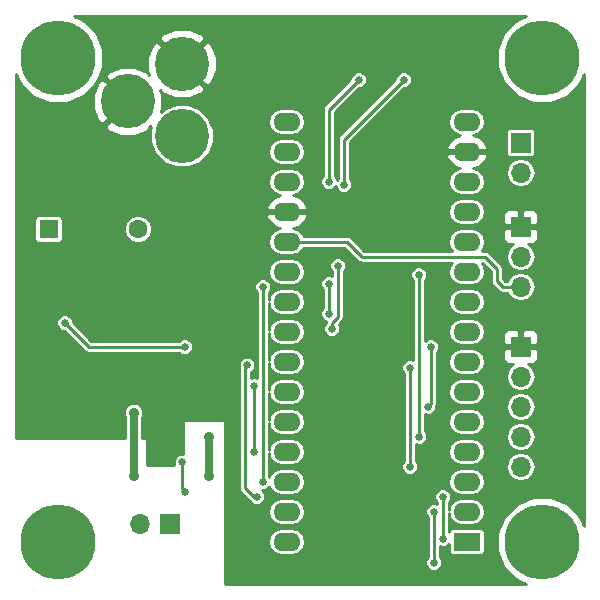
<source format=gbl>
G04 #@! TF.FileFunction,Copper,L2,Bot,Signal*
%FSLAX46Y46*%
G04 Gerber Fmt 4.6, Leading zero omitted, Abs format (unit mm)*
G04 Created by KiCad (PCBNEW 4.0.5) date 07/30/17 20:50:31*
%MOMM*%
%LPD*%
G01*
G04 APERTURE LIST*
%ADD10C,0.150000*%
%ADD11R,1.700000X1.700000*%
%ADD12O,1.700000X1.700000*%
%ADD13R,1.600000X1.600000*%
%ADD14C,1.600000*%
%ADD15C,6.350000*%
%ADD16C,4.600000*%
%ADD17R,2.286000X1.574800*%
%ADD18O,2.286000X1.574800*%
%ADD19C,0.635000*%
%ADD20C,0.889000*%
%ADD21C,0.254000*%
%ADD22C,0.635000*%
G04 APERTURE END LIST*
D10*
D11*
X43180000Y-18288000D03*
D12*
X43180000Y-20828000D03*
X43180000Y-23368000D03*
D11*
X43180000Y-11176000D03*
D12*
X43180000Y-13716000D03*
D13*
X3200000Y-18500000D03*
D14*
X10800000Y-18500000D03*
D15*
X4000000Y-4000000D03*
X45000000Y-4000000D03*
X4000000Y-45000000D03*
X45000000Y-45000000D03*
D11*
X43180000Y-28448000D03*
D12*
X43180000Y-30988000D03*
X43180000Y-33528000D03*
X43180000Y-36068000D03*
X43180000Y-38608000D03*
D11*
X13500000Y-43500000D03*
D12*
X10960000Y-43500000D03*
D16*
X14500000Y-4500000D03*
X14500000Y-10600000D03*
X9900000Y-7700000D03*
D17*
X38608000Y-44958000D03*
D18*
X38608000Y-42418000D03*
X38608000Y-39878000D03*
X38608000Y-37338000D03*
X38608000Y-34798000D03*
X38608000Y-32258000D03*
X38608000Y-29718000D03*
X38608000Y-27178000D03*
X38608000Y-24638000D03*
X38608000Y-22098000D03*
X38608000Y-19558000D03*
X38608000Y-17018000D03*
X38608000Y-14478000D03*
X38608000Y-11938000D03*
X38608000Y-9398000D03*
X23368000Y-9398000D03*
X23368000Y-11938000D03*
X23368000Y-14478000D03*
X23368000Y-17018000D03*
X23368000Y-19558000D03*
X23368000Y-22098000D03*
X23368000Y-24638000D03*
X23368000Y-27178000D03*
X23368000Y-29718000D03*
X23368000Y-32258000D03*
X23368000Y-34798000D03*
X23368000Y-37338000D03*
X23368000Y-39878000D03*
X23368000Y-42418000D03*
X23368000Y-44958000D03*
D19*
X34544000Y-22352000D03*
X34544000Y-36068000D03*
X35560000Y-28448000D03*
X35306000Y-33528000D03*
D20*
X16764000Y-36068000D03*
X16764000Y-39370000D03*
X10414000Y-34036000D03*
X10414000Y-39370000D03*
D19*
X4572000Y-26416000D03*
X14732000Y-28448000D03*
X31496000Y-19304000D03*
X31464000Y-13430000D03*
X18750000Y-19500000D03*
D20*
X12954000Y-37084000D03*
X2794000Y-35560000D03*
D19*
X1270000Y-29210000D03*
X26924000Y-14478000D03*
X26924000Y-23114000D03*
X29464000Y-5842000D03*
X26924000Y-25654000D03*
X28194000Y-14732000D03*
X27686000Y-21590000D03*
X27178000Y-26924000D03*
X33274000Y-5842000D03*
X33782000Y-30226000D03*
X33782000Y-38608000D03*
X35814000Y-46736000D03*
X35814000Y-42418000D03*
X14500000Y-38250000D03*
X14750000Y-40750000D03*
X21336000Y-23368000D03*
X21336000Y-39878000D03*
X20828000Y-41148000D03*
X36576000Y-41148000D03*
X36576000Y-44704000D03*
X20000000Y-30000000D03*
X20574000Y-31750000D03*
X20574000Y-37338000D03*
D21*
X34544000Y-36068000D02*
X34544000Y-22352000D01*
X38608000Y-24638000D02*
X38958000Y-24638000D01*
X35560000Y-33274000D02*
X35560000Y-28448000D01*
X35306000Y-33528000D02*
X35560000Y-33274000D01*
X14732000Y-28448000D02*
X6604000Y-28448000D01*
X6604000Y-28448000D02*
X4572000Y-26416000D01*
D22*
X16764000Y-36068000D02*
X16764000Y-39370000D01*
X10414000Y-39370000D02*
X10414000Y-34036000D01*
X31464000Y-13430000D02*
X31496000Y-13462000D01*
D21*
X26924000Y-25654000D02*
X26924000Y-23114000D01*
X26924000Y-14478000D02*
X26924000Y-8382000D01*
X26924000Y-8382000D02*
X29464000Y-5842000D01*
X27178000Y-26924000D02*
X27178000Y-26416000D01*
X27686000Y-25908000D02*
X27686000Y-21590000D01*
X27178000Y-26416000D02*
X27686000Y-25908000D01*
X28194000Y-14732000D02*
X28194000Y-10922000D01*
X28194000Y-10922000D02*
X33274000Y-5842000D01*
X33782000Y-38608000D02*
X33782000Y-30226000D01*
X35814000Y-42418000D02*
X35814000Y-46736000D01*
X14500000Y-40500000D02*
X14500000Y-38250000D01*
X14750000Y-40750000D02*
X14500000Y-40500000D01*
X21336000Y-39878000D02*
X21336000Y-23368000D01*
X19812000Y-32766000D02*
X19812000Y-30188000D01*
X19812000Y-30188000D02*
X20000000Y-30000000D01*
X20828000Y-41148000D02*
X20574000Y-41148000D01*
X19812000Y-40386000D02*
X19812000Y-32766000D01*
X20574000Y-41148000D02*
X19812000Y-40386000D01*
X36576000Y-44704000D02*
X36576000Y-41148000D01*
X20574000Y-33528000D02*
X20574000Y-31750000D01*
X20574000Y-37338000D02*
X20574000Y-33528000D01*
X23368000Y-19558000D02*
X28448000Y-19558000D01*
X41656000Y-23368000D02*
X43180000Y-23368000D01*
X41148000Y-22860000D02*
X41656000Y-23368000D01*
X41148000Y-21844000D02*
X41148000Y-22860000D01*
X40132000Y-20828000D02*
X41148000Y-21844000D01*
X29718000Y-20828000D02*
X40132000Y-20828000D01*
X28448000Y-19558000D02*
X29718000Y-20828000D01*
G36*
X42844628Y-768156D02*
X41771923Y-1838991D01*
X41190663Y-3238819D01*
X41189340Y-4754531D01*
X41768156Y-6155372D01*
X42838991Y-7228077D01*
X44238819Y-7809337D01*
X45754531Y-7810660D01*
X47155372Y-7231844D01*
X48228077Y-6161009D01*
X48569000Y-5339976D01*
X48569000Y-43660607D01*
X48231844Y-42844628D01*
X47161009Y-41771923D01*
X45761181Y-41190663D01*
X44245469Y-41189340D01*
X42844628Y-41768156D01*
X41771923Y-42838991D01*
X41190663Y-44238819D01*
X41189340Y-45754531D01*
X41768156Y-47155372D01*
X42838991Y-48228077D01*
X43660024Y-48569000D01*
X18161000Y-48569000D01*
X18161000Y-44958000D01*
X21814143Y-44958000D01*
X21903082Y-45405127D01*
X22156359Y-45784184D01*
X22535416Y-46037461D01*
X22982543Y-46126400D01*
X23753457Y-46126400D01*
X24200584Y-46037461D01*
X24579641Y-45784184D01*
X24832918Y-45405127D01*
X24921857Y-44958000D01*
X24832918Y-44510873D01*
X24579641Y-44131816D01*
X24200584Y-43878539D01*
X23753457Y-43789600D01*
X22982543Y-43789600D01*
X22535416Y-43878539D01*
X22156359Y-44131816D01*
X21903082Y-44510873D01*
X21814143Y-44958000D01*
X18161000Y-44958000D01*
X18161000Y-42418000D01*
X21814143Y-42418000D01*
X21903082Y-42865127D01*
X22156359Y-43244184D01*
X22535416Y-43497461D01*
X22982543Y-43586400D01*
X23753457Y-43586400D01*
X24200584Y-43497461D01*
X24579641Y-43244184D01*
X24832918Y-42865127D01*
X24894341Y-42556331D01*
X35115379Y-42556331D01*
X35221496Y-42813151D01*
X35306000Y-42897803D01*
X35306000Y-46256148D01*
X35222186Y-46339815D01*
X35115622Y-46596450D01*
X35115379Y-46874331D01*
X35221496Y-47131151D01*
X35417815Y-47327814D01*
X35674450Y-47434378D01*
X35952331Y-47434621D01*
X36209151Y-47328504D01*
X36405814Y-47132185D01*
X36512378Y-46875550D01*
X36512621Y-46597669D01*
X36406504Y-46340849D01*
X36322000Y-46256197D01*
X36322000Y-45354854D01*
X36436450Y-45402378D01*
X36714331Y-45402621D01*
X36971151Y-45296504D01*
X37076536Y-45191303D01*
X37076536Y-45745400D01*
X37103103Y-45886590D01*
X37186546Y-46016265D01*
X37313866Y-46103259D01*
X37465000Y-46133864D01*
X39751000Y-46133864D01*
X39892190Y-46107297D01*
X40021865Y-46023854D01*
X40108859Y-45896534D01*
X40139464Y-45745400D01*
X40139464Y-44170600D01*
X40112897Y-44029410D01*
X40029454Y-43899735D01*
X39902134Y-43812741D01*
X39751000Y-43782136D01*
X37465000Y-43782136D01*
X37323810Y-43808703D01*
X37194135Y-43892146D01*
X37107141Y-44019466D01*
X37084000Y-44133741D01*
X37084000Y-42568101D01*
X37143082Y-42865127D01*
X37396359Y-43244184D01*
X37775416Y-43497461D01*
X38222543Y-43586400D01*
X38993457Y-43586400D01*
X39440584Y-43497461D01*
X39819641Y-43244184D01*
X40072918Y-42865127D01*
X40161857Y-42418000D01*
X40072918Y-41970873D01*
X39819641Y-41591816D01*
X39440584Y-41338539D01*
X38993457Y-41249600D01*
X38222543Y-41249600D01*
X37775416Y-41338539D01*
X37396359Y-41591816D01*
X37143082Y-41970873D01*
X37084000Y-42267899D01*
X37084000Y-41627852D01*
X37167814Y-41544185D01*
X37274378Y-41287550D01*
X37274621Y-41009669D01*
X37168504Y-40752849D01*
X36972185Y-40556186D01*
X36715550Y-40449622D01*
X36437669Y-40449379D01*
X36180849Y-40555496D01*
X35984186Y-40751815D01*
X35877622Y-41008450D01*
X35877379Y-41286331D01*
X35983496Y-41543151D01*
X36068000Y-41627803D01*
X36068000Y-41767146D01*
X35953550Y-41719622D01*
X35675669Y-41719379D01*
X35418849Y-41825496D01*
X35222186Y-42021815D01*
X35115622Y-42278450D01*
X35115379Y-42556331D01*
X24894341Y-42556331D01*
X24921857Y-42418000D01*
X24832918Y-41970873D01*
X24579641Y-41591816D01*
X24200584Y-41338539D01*
X23753457Y-41249600D01*
X22982543Y-41249600D01*
X22535416Y-41338539D01*
X22156359Y-41591816D01*
X21903082Y-41970873D01*
X21814143Y-42418000D01*
X18161000Y-42418000D01*
X18161000Y-34798000D01*
X18152315Y-34751841D01*
X18125035Y-34709447D01*
X18083410Y-34681006D01*
X18034000Y-34671000D01*
X14732000Y-34671000D01*
X14685841Y-34679685D01*
X14643447Y-34706965D01*
X14615006Y-34748590D01*
X14605000Y-34798000D01*
X14605000Y-37551592D01*
X14361669Y-37551379D01*
X14104849Y-37657496D01*
X13908186Y-37853815D01*
X13801622Y-38110450D01*
X13801379Y-38388331D01*
X13839669Y-38481000D01*
X11557000Y-38481000D01*
X11557000Y-36322000D01*
X11548315Y-36275841D01*
X11521035Y-36233447D01*
X11479410Y-36205006D01*
X11430000Y-36195000D01*
X11112500Y-36195000D01*
X11112500Y-34505134D01*
X11113417Y-34504219D01*
X11239357Y-34200923D01*
X11239643Y-33872518D01*
X11114233Y-33569002D01*
X10882219Y-33336583D01*
X10578923Y-33210643D01*
X10250518Y-33210357D01*
X9947002Y-33335767D01*
X9714583Y-33567781D01*
X9588643Y-33871077D01*
X9588357Y-34199482D01*
X9713767Y-34502998D01*
X9715500Y-34504734D01*
X9715500Y-36195000D01*
X431000Y-36195000D01*
X431000Y-30138331D01*
X19301379Y-30138331D01*
X19309817Y-30158753D01*
X19304000Y-30188000D01*
X19304000Y-40386000D01*
X19342669Y-40580403D01*
X19452790Y-40745210D01*
X20214790Y-41507210D01*
X20222878Y-41512615D01*
X20235496Y-41543151D01*
X20431815Y-41739814D01*
X20688450Y-41846378D01*
X20966331Y-41846621D01*
X21223151Y-41740504D01*
X21419814Y-41544185D01*
X21526378Y-41287550D01*
X21526621Y-41009669D01*
X21420504Y-40752849D01*
X21244384Y-40576420D01*
X21474331Y-40576621D01*
X21731151Y-40470504D01*
X21898725Y-40303223D01*
X21903082Y-40325127D01*
X22156359Y-40704184D01*
X22535416Y-40957461D01*
X22982543Y-41046400D01*
X23753457Y-41046400D01*
X24200584Y-40957461D01*
X24579641Y-40704184D01*
X24832918Y-40325127D01*
X24921857Y-39878000D01*
X37054143Y-39878000D01*
X37143082Y-40325127D01*
X37396359Y-40704184D01*
X37775416Y-40957461D01*
X38222543Y-41046400D01*
X38993457Y-41046400D01*
X39440584Y-40957461D01*
X39819641Y-40704184D01*
X40072918Y-40325127D01*
X40161857Y-39878000D01*
X40072918Y-39430873D01*
X39819641Y-39051816D01*
X39440584Y-38798539D01*
X38993457Y-38709600D01*
X38222543Y-38709600D01*
X37775416Y-38798539D01*
X37396359Y-39051816D01*
X37143082Y-39430873D01*
X37054143Y-39878000D01*
X24921857Y-39878000D01*
X24832918Y-39430873D01*
X24579641Y-39051816D01*
X24200584Y-38798539D01*
X23753457Y-38709600D01*
X22982543Y-38709600D01*
X22535416Y-38798539D01*
X22156359Y-39051816D01*
X21903082Y-39430873D01*
X21898685Y-39452978D01*
X21844000Y-39398197D01*
X21844000Y-37488101D01*
X21903082Y-37785127D01*
X22156359Y-38164184D01*
X22535416Y-38417461D01*
X22982543Y-38506400D01*
X23753457Y-38506400D01*
X24200584Y-38417461D01*
X24579641Y-38164184D01*
X24832918Y-37785127D01*
X24921857Y-37338000D01*
X24832918Y-36890873D01*
X24579641Y-36511816D01*
X24200584Y-36258539D01*
X23753457Y-36169600D01*
X22982543Y-36169600D01*
X22535416Y-36258539D01*
X22156359Y-36511816D01*
X21903082Y-36890873D01*
X21844000Y-37187899D01*
X21844000Y-34948101D01*
X21903082Y-35245127D01*
X22156359Y-35624184D01*
X22535416Y-35877461D01*
X22982543Y-35966400D01*
X23753457Y-35966400D01*
X24200584Y-35877461D01*
X24579641Y-35624184D01*
X24832918Y-35245127D01*
X24921857Y-34798000D01*
X24832918Y-34350873D01*
X24579641Y-33971816D01*
X24200584Y-33718539D01*
X23753457Y-33629600D01*
X22982543Y-33629600D01*
X22535416Y-33718539D01*
X22156359Y-33971816D01*
X21903082Y-34350873D01*
X21844000Y-34647899D01*
X21844000Y-32408101D01*
X21903082Y-32705127D01*
X22156359Y-33084184D01*
X22535416Y-33337461D01*
X22982543Y-33426400D01*
X23753457Y-33426400D01*
X24200584Y-33337461D01*
X24579641Y-33084184D01*
X24832918Y-32705127D01*
X24921857Y-32258000D01*
X24832918Y-31810873D01*
X24579641Y-31431816D01*
X24200584Y-31178539D01*
X23753457Y-31089600D01*
X22982543Y-31089600D01*
X22535416Y-31178539D01*
X22156359Y-31431816D01*
X21903082Y-31810873D01*
X21844000Y-32107899D01*
X21844000Y-29868101D01*
X21903082Y-30165127D01*
X22156359Y-30544184D01*
X22535416Y-30797461D01*
X22982543Y-30886400D01*
X23753457Y-30886400D01*
X24200584Y-30797461D01*
X24579641Y-30544184D01*
X24699814Y-30364331D01*
X33083379Y-30364331D01*
X33189496Y-30621151D01*
X33274000Y-30705803D01*
X33274000Y-38128148D01*
X33190186Y-38211815D01*
X33083622Y-38468450D01*
X33083379Y-38746331D01*
X33189496Y-39003151D01*
X33385815Y-39199814D01*
X33642450Y-39306378D01*
X33920331Y-39306621D01*
X34177151Y-39200504D01*
X34373814Y-39004185D01*
X34480378Y-38747550D01*
X34480500Y-38608000D01*
X41924883Y-38608000D01*
X42018587Y-39079083D01*
X42285435Y-39478448D01*
X42684800Y-39745296D01*
X43155883Y-39839000D01*
X43204117Y-39839000D01*
X43675200Y-39745296D01*
X44074565Y-39478448D01*
X44341413Y-39079083D01*
X44435117Y-38608000D01*
X44341413Y-38136917D01*
X44074565Y-37737552D01*
X43675200Y-37470704D01*
X43204117Y-37377000D01*
X43155883Y-37377000D01*
X42684800Y-37470704D01*
X42285435Y-37737552D01*
X42018587Y-38136917D01*
X41924883Y-38608000D01*
X34480500Y-38608000D01*
X34480621Y-38469669D01*
X34374504Y-38212849D01*
X34290000Y-38128197D01*
X34290000Y-37338000D01*
X37054143Y-37338000D01*
X37143082Y-37785127D01*
X37396359Y-38164184D01*
X37775416Y-38417461D01*
X38222543Y-38506400D01*
X38993457Y-38506400D01*
X39440584Y-38417461D01*
X39819641Y-38164184D01*
X40072918Y-37785127D01*
X40161857Y-37338000D01*
X40072918Y-36890873D01*
X39819641Y-36511816D01*
X39440584Y-36258539D01*
X38993457Y-36169600D01*
X38222543Y-36169600D01*
X37775416Y-36258539D01*
X37396359Y-36511816D01*
X37143082Y-36890873D01*
X37054143Y-37338000D01*
X34290000Y-37338000D01*
X34290000Y-36718854D01*
X34404450Y-36766378D01*
X34682331Y-36766621D01*
X34939151Y-36660504D01*
X35135814Y-36464185D01*
X35242378Y-36207550D01*
X35242500Y-36068000D01*
X41924883Y-36068000D01*
X42018587Y-36539083D01*
X42285435Y-36938448D01*
X42684800Y-37205296D01*
X43155883Y-37299000D01*
X43204117Y-37299000D01*
X43675200Y-37205296D01*
X44074565Y-36938448D01*
X44341413Y-36539083D01*
X44435117Y-36068000D01*
X44341413Y-35596917D01*
X44074565Y-35197552D01*
X43675200Y-34930704D01*
X43204117Y-34837000D01*
X43155883Y-34837000D01*
X42684800Y-34930704D01*
X42285435Y-35197552D01*
X42018587Y-35596917D01*
X41924883Y-36068000D01*
X35242500Y-36068000D01*
X35242621Y-35929669D01*
X35136504Y-35672849D01*
X35052000Y-35588197D01*
X35052000Y-34798000D01*
X37054143Y-34798000D01*
X37143082Y-35245127D01*
X37396359Y-35624184D01*
X37775416Y-35877461D01*
X38222543Y-35966400D01*
X38993457Y-35966400D01*
X39440584Y-35877461D01*
X39819641Y-35624184D01*
X40072918Y-35245127D01*
X40161857Y-34798000D01*
X40072918Y-34350873D01*
X39819641Y-33971816D01*
X39440584Y-33718539D01*
X38993457Y-33629600D01*
X38222543Y-33629600D01*
X37775416Y-33718539D01*
X37396359Y-33971816D01*
X37143082Y-34350873D01*
X37054143Y-34798000D01*
X35052000Y-34798000D01*
X35052000Y-34178854D01*
X35166450Y-34226378D01*
X35444331Y-34226621D01*
X35701151Y-34120504D01*
X35897814Y-33924185D01*
X36004378Y-33667550D01*
X36004500Y-33528000D01*
X41924883Y-33528000D01*
X42018587Y-33999083D01*
X42285435Y-34398448D01*
X42684800Y-34665296D01*
X43155883Y-34759000D01*
X43204117Y-34759000D01*
X43675200Y-34665296D01*
X44074565Y-34398448D01*
X44341413Y-33999083D01*
X44435117Y-33528000D01*
X44341413Y-33056917D01*
X44074565Y-32657552D01*
X43675200Y-32390704D01*
X43204117Y-32297000D01*
X43155883Y-32297000D01*
X42684800Y-32390704D01*
X42285435Y-32657552D01*
X42018587Y-33056917D01*
X41924883Y-33528000D01*
X36004500Y-33528000D01*
X36004520Y-33505536D01*
X36029331Y-33468404D01*
X36044992Y-33389669D01*
X36068000Y-33274000D01*
X36068000Y-32258000D01*
X37054143Y-32258000D01*
X37143082Y-32705127D01*
X37396359Y-33084184D01*
X37775416Y-33337461D01*
X38222543Y-33426400D01*
X38993457Y-33426400D01*
X39440584Y-33337461D01*
X39819641Y-33084184D01*
X40072918Y-32705127D01*
X40161857Y-32258000D01*
X40072918Y-31810873D01*
X39819641Y-31431816D01*
X39440584Y-31178539D01*
X38993457Y-31089600D01*
X38222543Y-31089600D01*
X37775416Y-31178539D01*
X37396359Y-31431816D01*
X37143082Y-31810873D01*
X37054143Y-32258000D01*
X36068000Y-32258000D01*
X36068000Y-29718000D01*
X37054143Y-29718000D01*
X37143082Y-30165127D01*
X37396359Y-30544184D01*
X37775416Y-30797461D01*
X38222543Y-30886400D01*
X38993457Y-30886400D01*
X39440584Y-30797461D01*
X39819641Y-30544184D01*
X40072918Y-30165127D01*
X40161857Y-29718000D01*
X40072918Y-29270873D01*
X39819641Y-28891816D01*
X39583078Y-28733750D01*
X41695000Y-28733750D01*
X41695000Y-29424310D01*
X41791673Y-29657699D01*
X41970302Y-29836327D01*
X42203691Y-29933000D01*
X42561636Y-29933000D01*
X42285435Y-30117552D01*
X42018587Y-30516917D01*
X41924883Y-30988000D01*
X42018587Y-31459083D01*
X42285435Y-31858448D01*
X42684800Y-32125296D01*
X43155883Y-32219000D01*
X43204117Y-32219000D01*
X43675200Y-32125296D01*
X44074565Y-31858448D01*
X44341413Y-31459083D01*
X44435117Y-30988000D01*
X44341413Y-30516917D01*
X44074565Y-30117552D01*
X43798364Y-29933000D01*
X44156309Y-29933000D01*
X44389698Y-29836327D01*
X44568327Y-29657699D01*
X44665000Y-29424310D01*
X44665000Y-28733750D01*
X44506250Y-28575000D01*
X43307000Y-28575000D01*
X43307000Y-28595000D01*
X43053000Y-28595000D01*
X43053000Y-28575000D01*
X41853750Y-28575000D01*
X41695000Y-28733750D01*
X39583078Y-28733750D01*
X39440584Y-28638539D01*
X38993457Y-28549600D01*
X38222543Y-28549600D01*
X37775416Y-28638539D01*
X37396359Y-28891816D01*
X37143082Y-29270873D01*
X37054143Y-29718000D01*
X36068000Y-29718000D01*
X36068000Y-28927852D01*
X36151814Y-28844185D01*
X36258378Y-28587550D01*
X36258621Y-28309669D01*
X36152504Y-28052849D01*
X35956185Y-27856186D01*
X35699550Y-27749622D01*
X35421669Y-27749379D01*
X35164849Y-27855496D01*
X35052000Y-27968148D01*
X35052000Y-27178000D01*
X37054143Y-27178000D01*
X37143082Y-27625127D01*
X37396359Y-28004184D01*
X37775416Y-28257461D01*
X38222543Y-28346400D01*
X38993457Y-28346400D01*
X39440584Y-28257461D01*
X39819641Y-28004184D01*
X40072918Y-27625127D01*
X40103438Y-27471690D01*
X41695000Y-27471690D01*
X41695000Y-28162250D01*
X41853750Y-28321000D01*
X43053000Y-28321000D01*
X43053000Y-27121750D01*
X43307000Y-27121750D01*
X43307000Y-28321000D01*
X44506250Y-28321000D01*
X44665000Y-28162250D01*
X44665000Y-27471690D01*
X44568327Y-27238301D01*
X44389698Y-27059673D01*
X44156309Y-26963000D01*
X43465750Y-26963000D01*
X43307000Y-27121750D01*
X43053000Y-27121750D01*
X42894250Y-26963000D01*
X42203691Y-26963000D01*
X41970302Y-27059673D01*
X41791673Y-27238301D01*
X41695000Y-27471690D01*
X40103438Y-27471690D01*
X40161857Y-27178000D01*
X40072918Y-26730873D01*
X39819641Y-26351816D01*
X39440584Y-26098539D01*
X38993457Y-26009600D01*
X38222543Y-26009600D01*
X37775416Y-26098539D01*
X37396359Y-26351816D01*
X37143082Y-26730873D01*
X37054143Y-27178000D01*
X35052000Y-27178000D01*
X35052000Y-24638000D01*
X37054143Y-24638000D01*
X37143082Y-25085127D01*
X37396359Y-25464184D01*
X37775416Y-25717461D01*
X38222543Y-25806400D01*
X38993457Y-25806400D01*
X39440584Y-25717461D01*
X39819641Y-25464184D01*
X40072918Y-25085127D01*
X40161857Y-24638000D01*
X40072918Y-24190873D01*
X39819641Y-23811816D01*
X39440584Y-23558539D01*
X38993457Y-23469600D01*
X38222543Y-23469600D01*
X37775416Y-23558539D01*
X37396359Y-23811816D01*
X37143082Y-24190873D01*
X37054143Y-24638000D01*
X35052000Y-24638000D01*
X35052000Y-22831852D01*
X35135814Y-22748185D01*
X35242378Y-22491550D01*
X35242621Y-22213669D01*
X35136504Y-21956849D01*
X34940185Y-21760186D01*
X34683550Y-21653622D01*
X34405669Y-21653379D01*
X34148849Y-21759496D01*
X33952186Y-21955815D01*
X33845622Y-22212450D01*
X33845379Y-22490331D01*
X33951496Y-22747151D01*
X34036000Y-22831803D01*
X34036000Y-29575146D01*
X33921550Y-29527622D01*
X33643669Y-29527379D01*
X33386849Y-29633496D01*
X33190186Y-29829815D01*
X33083622Y-30086450D01*
X33083379Y-30364331D01*
X24699814Y-30364331D01*
X24832918Y-30165127D01*
X24921857Y-29718000D01*
X24832918Y-29270873D01*
X24579641Y-28891816D01*
X24200584Y-28638539D01*
X23753457Y-28549600D01*
X22982543Y-28549600D01*
X22535416Y-28638539D01*
X22156359Y-28891816D01*
X21903082Y-29270873D01*
X21844000Y-29567899D01*
X21844000Y-27328101D01*
X21903082Y-27625127D01*
X22156359Y-28004184D01*
X22535416Y-28257461D01*
X22982543Y-28346400D01*
X23753457Y-28346400D01*
X24200584Y-28257461D01*
X24579641Y-28004184D01*
X24832918Y-27625127D01*
X24921857Y-27178000D01*
X24832918Y-26730873D01*
X24579641Y-26351816D01*
X24200584Y-26098539D01*
X23753457Y-26009600D01*
X22982543Y-26009600D01*
X22535416Y-26098539D01*
X22156359Y-26351816D01*
X21903082Y-26730873D01*
X21844000Y-27027899D01*
X21844000Y-24788101D01*
X21903082Y-25085127D01*
X22156359Y-25464184D01*
X22535416Y-25717461D01*
X22982543Y-25806400D01*
X23753457Y-25806400D01*
X24200584Y-25717461D01*
X24579641Y-25464184D01*
X24832918Y-25085127D01*
X24921857Y-24638000D01*
X24832918Y-24190873D01*
X24579641Y-23811816D01*
X24200584Y-23558539D01*
X23753457Y-23469600D01*
X22982543Y-23469600D01*
X22535416Y-23558539D01*
X22156359Y-23811816D01*
X21903082Y-24190873D01*
X21844000Y-24487899D01*
X21844000Y-23847852D01*
X21927814Y-23764185D01*
X22034378Y-23507550D01*
X22034621Y-23229669D01*
X21928504Y-22972849D01*
X21732185Y-22776186D01*
X21475550Y-22669622D01*
X21197669Y-22669379D01*
X20940849Y-22775496D01*
X20744186Y-22971815D01*
X20637622Y-23228450D01*
X20637379Y-23506331D01*
X20743496Y-23763151D01*
X20828000Y-23847803D01*
X20828000Y-31099146D01*
X20713550Y-31051622D01*
X20435669Y-31051379D01*
X20320000Y-31099173D01*
X20320000Y-30623556D01*
X20395151Y-30592504D01*
X20591814Y-30396185D01*
X20698378Y-30139550D01*
X20698621Y-29861669D01*
X20592504Y-29604849D01*
X20396185Y-29408186D01*
X20139550Y-29301622D01*
X19861669Y-29301379D01*
X19604849Y-29407496D01*
X19408186Y-29603815D01*
X19301622Y-29860450D01*
X19301379Y-30138331D01*
X431000Y-30138331D01*
X431000Y-26554331D01*
X3873379Y-26554331D01*
X3979496Y-26811151D01*
X4175815Y-27007814D01*
X4432450Y-27114378D01*
X4552063Y-27114483D01*
X6244790Y-28807210D01*
X6409597Y-28917331D01*
X6604000Y-28956000D01*
X14252148Y-28956000D01*
X14335815Y-29039814D01*
X14592450Y-29146378D01*
X14870331Y-29146621D01*
X15127151Y-29040504D01*
X15323814Y-28844185D01*
X15430378Y-28587550D01*
X15430621Y-28309669D01*
X15324504Y-28052849D01*
X15128185Y-27856186D01*
X14871550Y-27749622D01*
X14593669Y-27749379D01*
X14336849Y-27855496D01*
X14252197Y-27940000D01*
X6814420Y-27940000D01*
X5270517Y-26396097D01*
X5270621Y-26277669D01*
X5164504Y-26020849D01*
X4968185Y-25824186D01*
X4711550Y-25717622D01*
X4433669Y-25717379D01*
X4176849Y-25823496D01*
X3980186Y-26019815D01*
X3873622Y-26276450D01*
X3873379Y-26554331D01*
X431000Y-26554331D01*
X431000Y-22098000D01*
X21814143Y-22098000D01*
X21903082Y-22545127D01*
X22156359Y-22924184D01*
X22535416Y-23177461D01*
X22982543Y-23266400D01*
X23753457Y-23266400D01*
X23824186Y-23252331D01*
X26225379Y-23252331D01*
X26331496Y-23509151D01*
X26416000Y-23593803D01*
X26416000Y-25174148D01*
X26332186Y-25257815D01*
X26225622Y-25514450D01*
X26225379Y-25792331D01*
X26331496Y-26049151D01*
X26527815Y-26245814D01*
X26690421Y-26313334D01*
X26670000Y-26416000D01*
X26670000Y-26444148D01*
X26586186Y-26527815D01*
X26479622Y-26784450D01*
X26479379Y-27062331D01*
X26585496Y-27319151D01*
X26781815Y-27515814D01*
X27038450Y-27622378D01*
X27316331Y-27622621D01*
X27573151Y-27516504D01*
X27769814Y-27320185D01*
X27876378Y-27063550D01*
X27876621Y-26785669D01*
X27774325Y-26538096D01*
X28045210Y-26267211D01*
X28155330Y-26102404D01*
X28155331Y-26102403D01*
X28194000Y-25908000D01*
X28194000Y-22069852D01*
X28277814Y-21986185D01*
X28384378Y-21729550D01*
X28384621Y-21451669D01*
X28278504Y-21194849D01*
X28082185Y-20998186D01*
X27825550Y-20891622D01*
X27547669Y-20891379D01*
X27290849Y-20997496D01*
X27094186Y-21193815D01*
X26987622Y-21450450D01*
X26987379Y-21728331D01*
X27093496Y-21985151D01*
X27178000Y-22069803D01*
X27178000Y-22463146D01*
X27063550Y-22415622D01*
X26785669Y-22415379D01*
X26528849Y-22521496D01*
X26332186Y-22717815D01*
X26225622Y-22974450D01*
X26225379Y-23252331D01*
X23824186Y-23252331D01*
X24200584Y-23177461D01*
X24579641Y-22924184D01*
X24832918Y-22545127D01*
X24921857Y-22098000D01*
X24832918Y-21650873D01*
X24579641Y-21271816D01*
X24200584Y-21018539D01*
X23753457Y-20929600D01*
X22982543Y-20929600D01*
X22535416Y-21018539D01*
X22156359Y-21271816D01*
X21903082Y-21650873D01*
X21814143Y-22098000D01*
X431000Y-22098000D01*
X431000Y-17700000D01*
X2011536Y-17700000D01*
X2011536Y-19300000D01*
X2038103Y-19441190D01*
X2121546Y-19570865D01*
X2248866Y-19657859D01*
X2400000Y-19688464D01*
X4000000Y-19688464D01*
X4141190Y-19661897D01*
X4270865Y-19578454D01*
X4357859Y-19451134D01*
X4388464Y-19300000D01*
X4388464Y-18733885D01*
X9618796Y-18733885D01*
X9798213Y-19168109D01*
X10130144Y-19500619D01*
X10564054Y-19680794D01*
X11033885Y-19681204D01*
X11468109Y-19501787D01*
X11800619Y-19169856D01*
X11980794Y-18735946D01*
X11981204Y-18266115D01*
X11801787Y-17831891D01*
X11469856Y-17499381D01*
X11146375Y-17365060D01*
X21632990Y-17365060D01*
X21649673Y-17444996D01*
X21916809Y-17933986D01*
X22350738Y-18283525D01*
X22821464Y-18421641D01*
X22535416Y-18478539D01*
X22156359Y-18731816D01*
X21903082Y-19110873D01*
X21814143Y-19558000D01*
X21903082Y-20005127D01*
X22156359Y-20384184D01*
X22535416Y-20637461D01*
X22982543Y-20726400D01*
X23753457Y-20726400D01*
X24200584Y-20637461D01*
X24579641Y-20384184D01*
X24792244Y-20066000D01*
X28237580Y-20066000D01*
X29358790Y-21187210D01*
X29523596Y-21297331D01*
X29555850Y-21303746D01*
X29718000Y-21336000D01*
X37353473Y-21336000D01*
X37143082Y-21650873D01*
X37054143Y-22098000D01*
X37143082Y-22545127D01*
X37396359Y-22924184D01*
X37775416Y-23177461D01*
X38222543Y-23266400D01*
X38993457Y-23266400D01*
X39440584Y-23177461D01*
X39819641Y-22924184D01*
X40072918Y-22545127D01*
X40161857Y-22098000D01*
X40072918Y-21650873D01*
X39862527Y-21336000D01*
X39921580Y-21336000D01*
X40640000Y-22054420D01*
X40640000Y-22860000D01*
X40678669Y-23054403D01*
X40788790Y-23219210D01*
X41296789Y-23727210D01*
X41406910Y-23800790D01*
X41461597Y-23837331D01*
X41656000Y-23876000D01*
X42043254Y-23876000D01*
X42285435Y-24238448D01*
X42684800Y-24505296D01*
X43155883Y-24599000D01*
X43204117Y-24599000D01*
X43675200Y-24505296D01*
X44074565Y-24238448D01*
X44341413Y-23839083D01*
X44435117Y-23368000D01*
X44341413Y-22896917D01*
X44074565Y-22497552D01*
X43675200Y-22230704D01*
X43204117Y-22137000D01*
X43155883Y-22137000D01*
X42684800Y-22230704D01*
X42285435Y-22497552D01*
X42043254Y-22860000D01*
X41866421Y-22860000D01*
X41656000Y-22649580D01*
X41656000Y-21844000D01*
X41617331Y-21649597D01*
X41507210Y-21484790D01*
X40491210Y-20468790D01*
X40326403Y-20358669D01*
X40132000Y-20320000D01*
X39862527Y-20320000D01*
X40072918Y-20005127D01*
X40161857Y-19558000D01*
X40072918Y-19110873D01*
X39819641Y-18731816D01*
X39583078Y-18573750D01*
X41695000Y-18573750D01*
X41695000Y-19264310D01*
X41791673Y-19497699D01*
X41970302Y-19676327D01*
X42203691Y-19773000D01*
X42561636Y-19773000D01*
X42285435Y-19957552D01*
X42018587Y-20356917D01*
X41924883Y-20828000D01*
X42018587Y-21299083D01*
X42285435Y-21698448D01*
X42684800Y-21965296D01*
X43155883Y-22059000D01*
X43204117Y-22059000D01*
X43675200Y-21965296D01*
X44074565Y-21698448D01*
X44341413Y-21299083D01*
X44435117Y-20828000D01*
X44341413Y-20356917D01*
X44074565Y-19957552D01*
X43798364Y-19773000D01*
X44156309Y-19773000D01*
X44389698Y-19676327D01*
X44568327Y-19497699D01*
X44665000Y-19264310D01*
X44665000Y-18573750D01*
X44506250Y-18415000D01*
X43307000Y-18415000D01*
X43307000Y-18435000D01*
X43053000Y-18435000D01*
X43053000Y-18415000D01*
X41853750Y-18415000D01*
X41695000Y-18573750D01*
X39583078Y-18573750D01*
X39440584Y-18478539D01*
X38993457Y-18389600D01*
X38222543Y-18389600D01*
X37775416Y-18478539D01*
X37396359Y-18731816D01*
X37143082Y-19110873D01*
X37054143Y-19558000D01*
X37143082Y-20005127D01*
X37353473Y-20320000D01*
X29928420Y-20320000D01*
X28807210Y-19198790D01*
X28642403Y-19088669D01*
X28448000Y-19050000D01*
X24792244Y-19050000D01*
X24579641Y-18731816D01*
X24200584Y-18478539D01*
X23914536Y-18421641D01*
X24385262Y-18283525D01*
X24819191Y-17933986D01*
X25086327Y-17444996D01*
X25103010Y-17365060D01*
X24980852Y-17145000D01*
X23495000Y-17145000D01*
X23495000Y-17165000D01*
X23241000Y-17165000D01*
X23241000Y-17145000D01*
X21755148Y-17145000D01*
X21632990Y-17365060D01*
X11146375Y-17365060D01*
X11035946Y-17319206D01*
X10566115Y-17318796D01*
X10131891Y-17498213D01*
X9799381Y-17830144D01*
X9619206Y-18264054D01*
X9618796Y-18733885D01*
X4388464Y-18733885D01*
X4388464Y-17700000D01*
X4361897Y-17558810D01*
X4278454Y-17429135D01*
X4151134Y-17342141D01*
X4000000Y-17311536D01*
X2400000Y-17311536D01*
X2258810Y-17338103D01*
X2129135Y-17421546D01*
X2042141Y-17548866D01*
X2011536Y-17700000D01*
X431000Y-17700000D01*
X431000Y-17018000D01*
X37054143Y-17018000D01*
X37143082Y-17465127D01*
X37396359Y-17844184D01*
X37775416Y-18097461D01*
X38222543Y-18186400D01*
X38993457Y-18186400D01*
X39440584Y-18097461D01*
X39819641Y-17844184D01*
X40072918Y-17465127D01*
X40103438Y-17311690D01*
X41695000Y-17311690D01*
X41695000Y-18002250D01*
X41853750Y-18161000D01*
X43053000Y-18161000D01*
X43053000Y-16961750D01*
X43307000Y-16961750D01*
X43307000Y-18161000D01*
X44506250Y-18161000D01*
X44665000Y-18002250D01*
X44665000Y-17311690D01*
X44568327Y-17078301D01*
X44389698Y-16899673D01*
X44156309Y-16803000D01*
X43465750Y-16803000D01*
X43307000Y-16961750D01*
X43053000Y-16961750D01*
X42894250Y-16803000D01*
X42203691Y-16803000D01*
X41970302Y-16899673D01*
X41791673Y-17078301D01*
X41695000Y-17311690D01*
X40103438Y-17311690D01*
X40161857Y-17018000D01*
X40072918Y-16570873D01*
X39819641Y-16191816D01*
X39440584Y-15938539D01*
X38993457Y-15849600D01*
X38222543Y-15849600D01*
X37775416Y-15938539D01*
X37396359Y-16191816D01*
X37143082Y-16570873D01*
X37054143Y-17018000D01*
X431000Y-17018000D01*
X431000Y-16670940D01*
X21632990Y-16670940D01*
X21755148Y-16891000D01*
X23241000Y-16891000D01*
X23241000Y-16871000D01*
X23495000Y-16871000D01*
X23495000Y-16891000D01*
X24980852Y-16891000D01*
X25103010Y-16670940D01*
X25086327Y-16591004D01*
X24819191Y-16102014D01*
X24385262Y-15752475D01*
X23914536Y-15614359D01*
X24200584Y-15557461D01*
X24579641Y-15304184D01*
X24832918Y-14925127D01*
X24894341Y-14616331D01*
X26225379Y-14616331D01*
X26331496Y-14873151D01*
X26527815Y-15069814D01*
X26784450Y-15176378D01*
X27062331Y-15176621D01*
X27319151Y-15070504D01*
X27502474Y-14887502D01*
X27601496Y-15127151D01*
X27797815Y-15323814D01*
X28054450Y-15430378D01*
X28332331Y-15430621D01*
X28589151Y-15324504D01*
X28785814Y-15128185D01*
X28892378Y-14871550D01*
X28892621Y-14593669D01*
X28786504Y-14336849D01*
X28702000Y-14252197D01*
X28702000Y-12285060D01*
X36872990Y-12285060D01*
X36889673Y-12364996D01*
X37156809Y-12853986D01*
X37590738Y-13203525D01*
X38061464Y-13341641D01*
X37775416Y-13398539D01*
X37396359Y-13651816D01*
X37143082Y-14030873D01*
X37054143Y-14478000D01*
X37143082Y-14925127D01*
X37396359Y-15304184D01*
X37775416Y-15557461D01*
X38222543Y-15646400D01*
X38993457Y-15646400D01*
X39440584Y-15557461D01*
X39819641Y-15304184D01*
X40072918Y-14925127D01*
X40161857Y-14478000D01*
X40072918Y-14030873D01*
X39862528Y-13716000D01*
X41924883Y-13716000D01*
X42018587Y-14187083D01*
X42285435Y-14586448D01*
X42684800Y-14853296D01*
X43155883Y-14947000D01*
X43204117Y-14947000D01*
X43675200Y-14853296D01*
X44074565Y-14586448D01*
X44341413Y-14187083D01*
X44435117Y-13716000D01*
X44341413Y-13244917D01*
X44074565Y-12845552D01*
X43675200Y-12578704D01*
X43204117Y-12485000D01*
X43155883Y-12485000D01*
X42684800Y-12578704D01*
X42285435Y-12845552D01*
X42018587Y-13244917D01*
X41924883Y-13716000D01*
X39862528Y-13716000D01*
X39819641Y-13651816D01*
X39440584Y-13398539D01*
X39154536Y-13341641D01*
X39625262Y-13203525D01*
X40059191Y-12853986D01*
X40326327Y-12364996D01*
X40343010Y-12285060D01*
X40220852Y-12065000D01*
X38735000Y-12065000D01*
X38735000Y-12085000D01*
X38481000Y-12085000D01*
X38481000Y-12065000D01*
X36995148Y-12065000D01*
X36872990Y-12285060D01*
X28702000Y-12285060D01*
X28702000Y-11590940D01*
X36872990Y-11590940D01*
X36995148Y-11811000D01*
X38481000Y-11811000D01*
X38481000Y-11791000D01*
X38735000Y-11791000D01*
X38735000Y-11811000D01*
X40220852Y-11811000D01*
X40343010Y-11590940D01*
X40326327Y-11511004D01*
X40059191Y-11022014D01*
X39625262Y-10672475D01*
X39154536Y-10534359D01*
X39440584Y-10477461D01*
X39667262Y-10326000D01*
X41941536Y-10326000D01*
X41941536Y-12026000D01*
X41968103Y-12167190D01*
X42051546Y-12296865D01*
X42178866Y-12383859D01*
X42330000Y-12414464D01*
X44030000Y-12414464D01*
X44171190Y-12387897D01*
X44300865Y-12304454D01*
X44387859Y-12177134D01*
X44418464Y-12026000D01*
X44418464Y-10326000D01*
X44391897Y-10184810D01*
X44308454Y-10055135D01*
X44181134Y-9968141D01*
X44030000Y-9937536D01*
X42330000Y-9937536D01*
X42188810Y-9964103D01*
X42059135Y-10047546D01*
X41972141Y-10174866D01*
X41941536Y-10326000D01*
X39667262Y-10326000D01*
X39819641Y-10224184D01*
X40072918Y-9845127D01*
X40161857Y-9398000D01*
X40072918Y-8950873D01*
X39819641Y-8571816D01*
X39440584Y-8318539D01*
X38993457Y-8229600D01*
X38222543Y-8229600D01*
X37775416Y-8318539D01*
X37396359Y-8571816D01*
X37143082Y-8950873D01*
X37054143Y-9398000D01*
X37143082Y-9845127D01*
X37396359Y-10224184D01*
X37775416Y-10477461D01*
X38061464Y-10534359D01*
X37590738Y-10672475D01*
X37156809Y-11022014D01*
X36889673Y-11511004D01*
X36872990Y-11590940D01*
X28702000Y-11590940D01*
X28702000Y-11132420D01*
X33293903Y-6540517D01*
X33412331Y-6540621D01*
X33669151Y-6434504D01*
X33865814Y-6238185D01*
X33972378Y-5981550D01*
X33972621Y-5703669D01*
X33866504Y-5446849D01*
X33670185Y-5250186D01*
X33413550Y-5143622D01*
X33135669Y-5143379D01*
X32878849Y-5249496D01*
X32682186Y-5445815D01*
X32575622Y-5702450D01*
X32575517Y-5822063D01*
X27834790Y-10562790D01*
X27724669Y-10727597D01*
X27686000Y-10922000D01*
X27686000Y-14252148D01*
X27615526Y-14322498D01*
X27516504Y-14082849D01*
X27432000Y-13998197D01*
X27432000Y-8592420D01*
X29483903Y-6540517D01*
X29602331Y-6540621D01*
X29859151Y-6434504D01*
X30055814Y-6238185D01*
X30162378Y-5981550D01*
X30162621Y-5703669D01*
X30056504Y-5446849D01*
X29860185Y-5250186D01*
X29603550Y-5143622D01*
X29325669Y-5143379D01*
X29068849Y-5249496D01*
X28872186Y-5445815D01*
X28765622Y-5702450D01*
X28765517Y-5822062D01*
X26564790Y-8022790D01*
X26454669Y-8187597D01*
X26416000Y-8382000D01*
X26416000Y-13998148D01*
X26332186Y-14081815D01*
X26225622Y-14338450D01*
X26225379Y-14616331D01*
X24894341Y-14616331D01*
X24921857Y-14478000D01*
X24832918Y-14030873D01*
X24579641Y-13651816D01*
X24200584Y-13398539D01*
X23753457Y-13309600D01*
X22982543Y-13309600D01*
X22535416Y-13398539D01*
X22156359Y-13651816D01*
X21903082Y-14030873D01*
X21814143Y-14478000D01*
X21903082Y-14925127D01*
X22156359Y-15304184D01*
X22535416Y-15557461D01*
X22821464Y-15614359D01*
X22350738Y-15752475D01*
X21916809Y-16102014D01*
X21649673Y-16591004D01*
X21632990Y-16670940D01*
X431000Y-16670940D01*
X431000Y-5339393D01*
X768156Y-6155372D01*
X1838991Y-7228077D01*
X3238819Y-7809337D01*
X4754531Y-7810660D01*
X6155372Y-7231844D01*
X6261865Y-7125536D01*
X6963157Y-7125536D01*
X6966873Y-8293145D01*
X7406549Y-9354617D01*
X7808447Y-9611948D01*
X9720395Y-7700000D01*
X7808447Y-5788052D01*
X7406549Y-6045383D01*
X6963157Y-7125536D01*
X6261865Y-7125536D01*
X7228077Y-6161009D01*
X7457521Y-5608447D01*
X7988052Y-5608447D01*
X9900000Y-7520395D01*
X9914143Y-7506253D01*
X10093748Y-7685858D01*
X10079605Y-7700000D01*
X10093748Y-7714143D01*
X9914143Y-7893748D01*
X9900000Y-7879605D01*
X7988052Y-9791553D01*
X8245383Y-10193451D01*
X9325536Y-10636843D01*
X10493145Y-10633127D01*
X11554617Y-10193451D01*
X11811947Y-9791555D01*
X11897307Y-9876915D01*
X11819466Y-10064377D01*
X11818536Y-11130944D01*
X12225833Y-12116681D01*
X12979353Y-12871516D01*
X13964377Y-13280534D01*
X15030944Y-13281464D01*
X16016681Y-12874167D01*
X16771516Y-12120647D01*
X16847357Y-11938000D01*
X21814143Y-11938000D01*
X21903082Y-12385127D01*
X22156359Y-12764184D01*
X22535416Y-13017461D01*
X22982543Y-13106400D01*
X23753457Y-13106400D01*
X24200584Y-13017461D01*
X24579641Y-12764184D01*
X24832918Y-12385127D01*
X24921857Y-11938000D01*
X24832918Y-11490873D01*
X24579641Y-11111816D01*
X24200584Y-10858539D01*
X23753457Y-10769600D01*
X22982543Y-10769600D01*
X22535416Y-10858539D01*
X22156359Y-11111816D01*
X21903082Y-11490873D01*
X21814143Y-11938000D01*
X16847357Y-11938000D01*
X17180534Y-11135623D01*
X17181464Y-10069056D01*
X16904191Y-9398000D01*
X21814143Y-9398000D01*
X21903082Y-9845127D01*
X22156359Y-10224184D01*
X22535416Y-10477461D01*
X22982543Y-10566400D01*
X23753457Y-10566400D01*
X24200584Y-10477461D01*
X24579641Y-10224184D01*
X24832918Y-9845127D01*
X24921857Y-9398000D01*
X24832918Y-8950873D01*
X24579641Y-8571816D01*
X24200584Y-8318539D01*
X23753457Y-8229600D01*
X22982543Y-8229600D01*
X22535416Y-8318539D01*
X22156359Y-8571816D01*
X21903082Y-8950873D01*
X21814143Y-9398000D01*
X16904191Y-9398000D01*
X16774167Y-9083319D01*
X16020647Y-8328484D01*
X15035623Y-7919466D01*
X13969056Y-7918536D01*
X12983319Y-8325833D01*
X12699423Y-8609234D01*
X12836843Y-8274464D01*
X12833127Y-7106855D01*
X12677634Y-6731462D01*
X12845383Y-6993451D01*
X13925536Y-7436843D01*
X15093145Y-7433127D01*
X16154617Y-6993451D01*
X16411948Y-6591553D01*
X14500000Y-4679605D01*
X14485858Y-4693748D01*
X14306253Y-4514143D01*
X14320395Y-4500000D01*
X14679605Y-4500000D01*
X16591553Y-6411948D01*
X16993451Y-6154617D01*
X17436843Y-5074464D01*
X17433127Y-3906855D01*
X16993451Y-2845383D01*
X16591553Y-2588052D01*
X14679605Y-4500000D01*
X14320395Y-4500000D01*
X12408447Y-2588052D01*
X12006549Y-2845383D01*
X11563157Y-3925536D01*
X11566873Y-5093145D01*
X11722366Y-5468538D01*
X11554617Y-5206549D01*
X10474464Y-4763157D01*
X9306855Y-4766873D01*
X8245383Y-5206549D01*
X7988052Y-5608447D01*
X7457521Y-5608447D01*
X7809337Y-4761181D01*
X7810660Y-3245469D01*
X7464810Y-2408447D01*
X12588052Y-2408447D01*
X14500000Y-4320395D01*
X16411948Y-2408447D01*
X16154617Y-2006549D01*
X15074464Y-1563157D01*
X13906855Y-1566873D01*
X12845383Y-2006549D01*
X12588052Y-2408447D01*
X7464810Y-2408447D01*
X7231844Y-1844628D01*
X6161009Y-771923D01*
X5339976Y-431000D01*
X43660607Y-431000D01*
X42844628Y-768156D01*
X42844628Y-768156D01*
G37*
X42844628Y-768156D02*
X41771923Y-1838991D01*
X41190663Y-3238819D01*
X41189340Y-4754531D01*
X41768156Y-6155372D01*
X42838991Y-7228077D01*
X44238819Y-7809337D01*
X45754531Y-7810660D01*
X47155372Y-7231844D01*
X48228077Y-6161009D01*
X48569000Y-5339976D01*
X48569000Y-43660607D01*
X48231844Y-42844628D01*
X47161009Y-41771923D01*
X45761181Y-41190663D01*
X44245469Y-41189340D01*
X42844628Y-41768156D01*
X41771923Y-42838991D01*
X41190663Y-44238819D01*
X41189340Y-45754531D01*
X41768156Y-47155372D01*
X42838991Y-48228077D01*
X43660024Y-48569000D01*
X18161000Y-48569000D01*
X18161000Y-44958000D01*
X21814143Y-44958000D01*
X21903082Y-45405127D01*
X22156359Y-45784184D01*
X22535416Y-46037461D01*
X22982543Y-46126400D01*
X23753457Y-46126400D01*
X24200584Y-46037461D01*
X24579641Y-45784184D01*
X24832918Y-45405127D01*
X24921857Y-44958000D01*
X24832918Y-44510873D01*
X24579641Y-44131816D01*
X24200584Y-43878539D01*
X23753457Y-43789600D01*
X22982543Y-43789600D01*
X22535416Y-43878539D01*
X22156359Y-44131816D01*
X21903082Y-44510873D01*
X21814143Y-44958000D01*
X18161000Y-44958000D01*
X18161000Y-42418000D01*
X21814143Y-42418000D01*
X21903082Y-42865127D01*
X22156359Y-43244184D01*
X22535416Y-43497461D01*
X22982543Y-43586400D01*
X23753457Y-43586400D01*
X24200584Y-43497461D01*
X24579641Y-43244184D01*
X24832918Y-42865127D01*
X24894341Y-42556331D01*
X35115379Y-42556331D01*
X35221496Y-42813151D01*
X35306000Y-42897803D01*
X35306000Y-46256148D01*
X35222186Y-46339815D01*
X35115622Y-46596450D01*
X35115379Y-46874331D01*
X35221496Y-47131151D01*
X35417815Y-47327814D01*
X35674450Y-47434378D01*
X35952331Y-47434621D01*
X36209151Y-47328504D01*
X36405814Y-47132185D01*
X36512378Y-46875550D01*
X36512621Y-46597669D01*
X36406504Y-46340849D01*
X36322000Y-46256197D01*
X36322000Y-45354854D01*
X36436450Y-45402378D01*
X36714331Y-45402621D01*
X36971151Y-45296504D01*
X37076536Y-45191303D01*
X37076536Y-45745400D01*
X37103103Y-45886590D01*
X37186546Y-46016265D01*
X37313866Y-46103259D01*
X37465000Y-46133864D01*
X39751000Y-46133864D01*
X39892190Y-46107297D01*
X40021865Y-46023854D01*
X40108859Y-45896534D01*
X40139464Y-45745400D01*
X40139464Y-44170600D01*
X40112897Y-44029410D01*
X40029454Y-43899735D01*
X39902134Y-43812741D01*
X39751000Y-43782136D01*
X37465000Y-43782136D01*
X37323810Y-43808703D01*
X37194135Y-43892146D01*
X37107141Y-44019466D01*
X37084000Y-44133741D01*
X37084000Y-42568101D01*
X37143082Y-42865127D01*
X37396359Y-43244184D01*
X37775416Y-43497461D01*
X38222543Y-43586400D01*
X38993457Y-43586400D01*
X39440584Y-43497461D01*
X39819641Y-43244184D01*
X40072918Y-42865127D01*
X40161857Y-42418000D01*
X40072918Y-41970873D01*
X39819641Y-41591816D01*
X39440584Y-41338539D01*
X38993457Y-41249600D01*
X38222543Y-41249600D01*
X37775416Y-41338539D01*
X37396359Y-41591816D01*
X37143082Y-41970873D01*
X37084000Y-42267899D01*
X37084000Y-41627852D01*
X37167814Y-41544185D01*
X37274378Y-41287550D01*
X37274621Y-41009669D01*
X37168504Y-40752849D01*
X36972185Y-40556186D01*
X36715550Y-40449622D01*
X36437669Y-40449379D01*
X36180849Y-40555496D01*
X35984186Y-40751815D01*
X35877622Y-41008450D01*
X35877379Y-41286331D01*
X35983496Y-41543151D01*
X36068000Y-41627803D01*
X36068000Y-41767146D01*
X35953550Y-41719622D01*
X35675669Y-41719379D01*
X35418849Y-41825496D01*
X35222186Y-42021815D01*
X35115622Y-42278450D01*
X35115379Y-42556331D01*
X24894341Y-42556331D01*
X24921857Y-42418000D01*
X24832918Y-41970873D01*
X24579641Y-41591816D01*
X24200584Y-41338539D01*
X23753457Y-41249600D01*
X22982543Y-41249600D01*
X22535416Y-41338539D01*
X22156359Y-41591816D01*
X21903082Y-41970873D01*
X21814143Y-42418000D01*
X18161000Y-42418000D01*
X18161000Y-34798000D01*
X18152315Y-34751841D01*
X18125035Y-34709447D01*
X18083410Y-34681006D01*
X18034000Y-34671000D01*
X14732000Y-34671000D01*
X14685841Y-34679685D01*
X14643447Y-34706965D01*
X14615006Y-34748590D01*
X14605000Y-34798000D01*
X14605000Y-37551592D01*
X14361669Y-37551379D01*
X14104849Y-37657496D01*
X13908186Y-37853815D01*
X13801622Y-38110450D01*
X13801379Y-38388331D01*
X13839669Y-38481000D01*
X11557000Y-38481000D01*
X11557000Y-36322000D01*
X11548315Y-36275841D01*
X11521035Y-36233447D01*
X11479410Y-36205006D01*
X11430000Y-36195000D01*
X11112500Y-36195000D01*
X11112500Y-34505134D01*
X11113417Y-34504219D01*
X11239357Y-34200923D01*
X11239643Y-33872518D01*
X11114233Y-33569002D01*
X10882219Y-33336583D01*
X10578923Y-33210643D01*
X10250518Y-33210357D01*
X9947002Y-33335767D01*
X9714583Y-33567781D01*
X9588643Y-33871077D01*
X9588357Y-34199482D01*
X9713767Y-34502998D01*
X9715500Y-34504734D01*
X9715500Y-36195000D01*
X431000Y-36195000D01*
X431000Y-30138331D01*
X19301379Y-30138331D01*
X19309817Y-30158753D01*
X19304000Y-30188000D01*
X19304000Y-40386000D01*
X19342669Y-40580403D01*
X19452790Y-40745210D01*
X20214790Y-41507210D01*
X20222878Y-41512615D01*
X20235496Y-41543151D01*
X20431815Y-41739814D01*
X20688450Y-41846378D01*
X20966331Y-41846621D01*
X21223151Y-41740504D01*
X21419814Y-41544185D01*
X21526378Y-41287550D01*
X21526621Y-41009669D01*
X21420504Y-40752849D01*
X21244384Y-40576420D01*
X21474331Y-40576621D01*
X21731151Y-40470504D01*
X21898725Y-40303223D01*
X21903082Y-40325127D01*
X22156359Y-40704184D01*
X22535416Y-40957461D01*
X22982543Y-41046400D01*
X23753457Y-41046400D01*
X24200584Y-40957461D01*
X24579641Y-40704184D01*
X24832918Y-40325127D01*
X24921857Y-39878000D01*
X37054143Y-39878000D01*
X37143082Y-40325127D01*
X37396359Y-40704184D01*
X37775416Y-40957461D01*
X38222543Y-41046400D01*
X38993457Y-41046400D01*
X39440584Y-40957461D01*
X39819641Y-40704184D01*
X40072918Y-40325127D01*
X40161857Y-39878000D01*
X40072918Y-39430873D01*
X39819641Y-39051816D01*
X39440584Y-38798539D01*
X38993457Y-38709600D01*
X38222543Y-38709600D01*
X37775416Y-38798539D01*
X37396359Y-39051816D01*
X37143082Y-39430873D01*
X37054143Y-39878000D01*
X24921857Y-39878000D01*
X24832918Y-39430873D01*
X24579641Y-39051816D01*
X24200584Y-38798539D01*
X23753457Y-38709600D01*
X22982543Y-38709600D01*
X22535416Y-38798539D01*
X22156359Y-39051816D01*
X21903082Y-39430873D01*
X21898685Y-39452978D01*
X21844000Y-39398197D01*
X21844000Y-37488101D01*
X21903082Y-37785127D01*
X22156359Y-38164184D01*
X22535416Y-38417461D01*
X22982543Y-38506400D01*
X23753457Y-38506400D01*
X24200584Y-38417461D01*
X24579641Y-38164184D01*
X24832918Y-37785127D01*
X24921857Y-37338000D01*
X24832918Y-36890873D01*
X24579641Y-36511816D01*
X24200584Y-36258539D01*
X23753457Y-36169600D01*
X22982543Y-36169600D01*
X22535416Y-36258539D01*
X22156359Y-36511816D01*
X21903082Y-36890873D01*
X21844000Y-37187899D01*
X21844000Y-34948101D01*
X21903082Y-35245127D01*
X22156359Y-35624184D01*
X22535416Y-35877461D01*
X22982543Y-35966400D01*
X23753457Y-35966400D01*
X24200584Y-35877461D01*
X24579641Y-35624184D01*
X24832918Y-35245127D01*
X24921857Y-34798000D01*
X24832918Y-34350873D01*
X24579641Y-33971816D01*
X24200584Y-33718539D01*
X23753457Y-33629600D01*
X22982543Y-33629600D01*
X22535416Y-33718539D01*
X22156359Y-33971816D01*
X21903082Y-34350873D01*
X21844000Y-34647899D01*
X21844000Y-32408101D01*
X21903082Y-32705127D01*
X22156359Y-33084184D01*
X22535416Y-33337461D01*
X22982543Y-33426400D01*
X23753457Y-33426400D01*
X24200584Y-33337461D01*
X24579641Y-33084184D01*
X24832918Y-32705127D01*
X24921857Y-32258000D01*
X24832918Y-31810873D01*
X24579641Y-31431816D01*
X24200584Y-31178539D01*
X23753457Y-31089600D01*
X22982543Y-31089600D01*
X22535416Y-31178539D01*
X22156359Y-31431816D01*
X21903082Y-31810873D01*
X21844000Y-32107899D01*
X21844000Y-29868101D01*
X21903082Y-30165127D01*
X22156359Y-30544184D01*
X22535416Y-30797461D01*
X22982543Y-30886400D01*
X23753457Y-30886400D01*
X24200584Y-30797461D01*
X24579641Y-30544184D01*
X24699814Y-30364331D01*
X33083379Y-30364331D01*
X33189496Y-30621151D01*
X33274000Y-30705803D01*
X33274000Y-38128148D01*
X33190186Y-38211815D01*
X33083622Y-38468450D01*
X33083379Y-38746331D01*
X33189496Y-39003151D01*
X33385815Y-39199814D01*
X33642450Y-39306378D01*
X33920331Y-39306621D01*
X34177151Y-39200504D01*
X34373814Y-39004185D01*
X34480378Y-38747550D01*
X34480500Y-38608000D01*
X41924883Y-38608000D01*
X42018587Y-39079083D01*
X42285435Y-39478448D01*
X42684800Y-39745296D01*
X43155883Y-39839000D01*
X43204117Y-39839000D01*
X43675200Y-39745296D01*
X44074565Y-39478448D01*
X44341413Y-39079083D01*
X44435117Y-38608000D01*
X44341413Y-38136917D01*
X44074565Y-37737552D01*
X43675200Y-37470704D01*
X43204117Y-37377000D01*
X43155883Y-37377000D01*
X42684800Y-37470704D01*
X42285435Y-37737552D01*
X42018587Y-38136917D01*
X41924883Y-38608000D01*
X34480500Y-38608000D01*
X34480621Y-38469669D01*
X34374504Y-38212849D01*
X34290000Y-38128197D01*
X34290000Y-37338000D01*
X37054143Y-37338000D01*
X37143082Y-37785127D01*
X37396359Y-38164184D01*
X37775416Y-38417461D01*
X38222543Y-38506400D01*
X38993457Y-38506400D01*
X39440584Y-38417461D01*
X39819641Y-38164184D01*
X40072918Y-37785127D01*
X40161857Y-37338000D01*
X40072918Y-36890873D01*
X39819641Y-36511816D01*
X39440584Y-36258539D01*
X38993457Y-36169600D01*
X38222543Y-36169600D01*
X37775416Y-36258539D01*
X37396359Y-36511816D01*
X37143082Y-36890873D01*
X37054143Y-37338000D01*
X34290000Y-37338000D01*
X34290000Y-36718854D01*
X34404450Y-36766378D01*
X34682331Y-36766621D01*
X34939151Y-36660504D01*
X35135814Y-36464185D01*
X35242378Y-36207550D01*
X35242500Y-36068000D01*
X41924883Y-36068000D01*
X42018587Y-36539083D01*
X42285435Y-36938448D01*
X42684800Y-37205296D01*
X43155883Y-37299000D01*
X43204117Y-37299000D01*
X43675200Y-37205296D01*
X44074565Y-36938448D01*
X44341413Y-36539083D01*
X44435117Y-36068000D01*
X44341413Y-35596917D01*
X44074565Y-35197552D01*
X43675200Y-34930704D01*
X43204117Y-34837000D01*
X43155883Y-34837000D01*
X42684800Y-34930704D01*
X42285435Y-35197552D01*
X42018587Y-35596917D01*
X41924883Y-36068000D01*
X35242500Y-36068000D01*
X35242621Y-35929669D01*
X35136504Y-35672849D01*
X35052000Y-35588197D01*
X35052000Y-34798000D01*
X37054143Y-34798000D01*
X37143082Y-35245127D01*
X37396359Y-35624184D01*
X37775416Y-35877461D01*
X38222543Y-35966400D01*
X38993457Y-35966400D01*
X39440584Y-35877461D01*
X39819641Y-35624184D01*
X40072918Y-35245127D01*
X40161857Y-34798000D01*
X40072918Y-34350873D01*
X39819641Y-33971816D01*
X39440584Y-33718539D01*
X38993457Y-33629600D01*
X38222543Y-33629600D01*
X37775416Y-33718539D01*
X37396359Y-33971816D01*
X37143082Y-34350873D01*
X37054143Y-34798000D01*
X35052000Y-34798000D01*
X35052000Y-34178854D01*
X35166450Y-34226378D01*
X35444331Y-34226621D01*
X35701151Y-34120504D01*
X35897814Y-33924185D01*
X36004378Y-33667550D01*
X36004500Y-33528000D01*
X41924883Y-33528000D01*
X42018587Y-33999083D01*
X42285435Y-34398448D01*
X42684800Y-34665296D01*
X43155883Y-34759000D01*
X43204117Y-34759000D01*
X43675200Y-34665296D01*
X44074565Y-34398448D01*
X44341413Y-33999083D01*
X44435117Y-33528000D01*
X44341413Y-33056917D01*
X44074565Y-32657552D01*
X43675200Y-32390704D01*
X43204117Y-32297000D01*
X43155883Y-32297000D01*
X42684800Y-32390704D01*
X42285435Y-32657552D01*
X42018587Y-33056917D01*
X41924883Y-33528000D01*
X36004500Y-33528000D01*
X36004520Y-33505536D01*
X36029331Y-33468404D01*
X36044992Y-33389669D01*
X36068000Y-33274000D01*
X36068000Y-32258000D01*
X37054143Y-32258000D01*
X37143082Y-32705127D01*
X37396359Y-33084184D01*
X37775416Y-33337461D01*
X38222543Y-33426400D01*
X38993457Y-33426400D01*
X39440584Y-33337461D01*
X39819641Y-33084184D01*
X40072918Y-32705127D01*
X40161857Y-32258000D01*
X40072918Y-31810873D01*
X39819641Y-31431816D01*
X39440584Y-31178539D01*
X38993457Y-31089600D01*
X38222543Y-31089600D01*
X37775416Y-31178539D01*
X37396359Y-31431816D01*
X37143082Y-31810873D01*
X37054143Y-32258000D01*
X36068000Y-32258000D01*
X36068000Y-29718000D01*
X37054143Y-29718000D01*
X37143082Y-30165127D01*
X37396359Y-30544184D01*
X37775416Y-30797461D01*
X38222543Y-30886400D01*
X38993457Y-30886400D01*
X39440584Y-30797461D01*
X39819641Y-30544184D01*
X40072918Y-30165127D01*
X40161857Y-29718000D01*
X40072918Y-29270873D01*
X39819641Y-28891816D01*
X39583078Y-28733750D01*
X41695000Y-28733750D01*
X41695000Y-29424310D01*
X41791673Y-29657699D01*
X41970302Y-29836327D01*
X42203691Y-29933000D01*
X42561636Y-29933000D01*
X42285435Y-30117552D01*
X42018587Y-30516917D01*
X41924883Y-30988000D01*
X42018587Y-31459083D01*
X42285435Y-31858448D01*
X42684800Y-32125296D01*
X43155883Y-32219000D01*
X43204117Y-32219000D01*
X43675200Y-32125296D01*
X44074565Y-31858448D01*
X44341413Y-31459083D01*
X44435117Y-30988000D01*
X44341413Y-30516917D01*
X44074565Y-30117552D01*
X43798364Y-29933000D01*
X44156309Y-29933000D01*
X44389698Y-29836327D01*
X44568327Y-29657699D01*
X44665000Y-29424310D01*
X44665000Y-28733750D01*
X44506250Y-28575000D01*
X43307000Y-28575000D01*
X43307000Y-28595000D01*
X43053000Y-28595000D01*
X43053000Y-28575000D01*
X41853750Y-28575000D01*
X41695000Y-28733750D01*
X39583078Y-28733750D01*
X39440584Y-28638539D01*
X38993457Y-28549600D01*
X38222543Y-28549600D01*
X37775416Y-28638539D01*
X37396359Y-28891816D01*
X37143082Y-29270873D01*
X37054143Y-29718000D01*
X36068000Y-29718000D01*
X36068000Y-28927852D01*
X36151814Y-28844185D01*
X36258378Y-28587550D01*
X36258621Y-28309669D01*
X36152504Y-28052849D01*
X35956185Y-27856186D01*
X35699550Y-27749622D01*
X35421669Y-27749379D01*
X35164849Y-27855496D01*
X35052000Y-27968148D01*
X35052000Y-27178000D01*
X37054143Y-27178000D01*
X37143082Y-27625127D01*
X37396359Y-28004184D01*
X37775416Y-28257461D01*
X38222543Y-28346400D01*
X38993457Y-28346400D01*
X39440584Y-28257461D01*
X39819641Y-28004184D01*
X40072918Y-27625127D01*
X40103438Y-27471690D01*
X41695000Y-27471690D01*
X41695000Y-28162250D01*
X41853750Y-28321000D01*
X43053000Y-28321000D01*
X43053000Y-27121750D01*
X43307000Y-27121750D01*
X43307000Y-28321000D01*
X44506250Y-28321000D01*
X44665000Y-28162250D01*
X44665000Y-27471690D01*
X44568327Y-27238301D01*
X44389698Y-27059673D01*
X44156309Y-26963000D01*
X43465750Y-26963000D01*
X43307000Y-27121750D01*
X43053000Y-27121750D01*
X42894250Y-26963000D01*
X42203691Y-26963000D01*
X41970302Y-27059673D01*
X41791673Y-27238301D01*
X41695000Y-27471690D01*
X40103438Y-27471690D01*
X40161857Y-27178000D01*
X40072918Y-26730873D01*
X39819641Y-26351816D01*
X39440584Y-26098539D01*
X38993457Y-26009600D01*
X38222543Y-26009600D01*
X37775416Y-26098539D01*
X37396359Y-26351816D01*
X37143082Y-26730873D01*
X37054143Y-27178000D01*
X35052000Y-27178000D01*
X35052000Y-24638000D01*
X37054143Y-24638000D01*
X37143082Y-25085127D01*
X37396359Y-25464184D01*
X37775416Y-25717461D01*
X38222543Y-25806400D01*
X38993457Y-25806400D01*
X39440584Y-25717461D01*
X39819641Y-25464184D01*
X40072918Y-25085127D01*
X40161857Y-24638000D01*
X40072918Y-24190873D01*
X39819641Y-23811816D01*
X39440584Y-23558539D01*
X38993457Y-23469600D01*
X38222543Y-23469600D01*
X37775416Y-23558539D01*
X37396359Y-23811816D01*
X37143082Y-24190873D01*
X37054143Y-24638000D01*
X35052000Y-24638000D01*
X35052000Y-22831852D01*
X35135814Y-22748185D01*
X35242378Y-22491550D01*
X35242621Y-22213669D01*
X35136504Y-21956849D01*
X34940185Y-21760186D01*
X34683550Y-21653622D01*
X34405669Y-21653379D01*
X34148849Y-21759496D01*
X33952186Y-21955815D01*
X33845622Y-22212450D01*
X33845379Y-22490331D01*
X33951496Y-22747151D01*
X34036000Y-22831803D01*
X34036000Y-29575146D01*
X33921550Y-29527622D01*
X33643669Y-29527379D01*
X33386849Y-29633496D01*
X33190186Y-29829815D01*
X33083622Y-30086450D01*
X33083379Y-30364331D01*
X24699814Y-30364331D01*
X24832918Y-30165127D01*
X24921857Y-29718000D01*
X24832918Y-29270873D01*
X24579641Y-28891816D01*
X24200584Y-28638539D01*
X23753457Y-28549600D01*
X22982543Y-28549600D01*
X22535416Y-28638539D01*
X22156359Y-28891816D01*
X21903082Y-29270873D01*
X21844000Y-29567899D01*
X21844000Y-27328101D01*
X21903082Y-27625127D01*
X22156359Y-28004184D01*
X22535416Y-28257461D01*
X22982543Y-28346400D01*
X23753457Y-28346400D01*
X24200584Y-28257461D01*
X24579641Y-28004184D01*
X24832918Y-27625127D01*
X24921857Y-27178000D01*
X24832918Y-26730873D01*
X24579641Y-26351816D01*
X24200584Y-26098539D01*
X23753457Y-26009600D01*
X22982543Y-26009600D01*
X22535416Y-26098539D01*
X22156359Y-26351816D01*
X21903082Y-26730873D01*
X21844000Y-27027899D01*
X21844000Y-24788101D01*
X21903082Y-25085127D01*
X22156359Y-25464184D01*
X22535416Y-25717461D01*
X22982543Y-25806400D01*
X23753457Y-25806400D01*
X24200584Y-25717461D01*
X24579641Y-25464184D01*
X24832918Y-25085127D01*
X24921857Y-24638000D01*
X24832918Y-24190873D01*
X24579641Y-23811816D01*
X24200584Y-23558539D01*
X23753457Y-23469600D01*
X22982543Y-23469600D01*
X22535416Y-23558539D01*
X22156359Y-23811816D01*
X21903082Y-24190873D01*
X21844000Y-24487899D01*
X21844000Y-23847852D01*
X21927814Y-23764185D01*
X22034378Y-23507550D01*
X22034621Y-23229669D01*
X21928504Y-22972849D01*
X21732185Y-22776186D01*
X21475550Y-22669622D01*
X21197669Y-22669379D01*
X20940849Y-22775496D01*
X20744186Y-22971815D01*
X20637622Y-23228450D01*
X20637379Y-23506331D01*
X20743496Y-23763151D01*
X20828000Y-23847803D01*
X20828000Y-31099146D01*
X20713550Y-31051622D01*
X20435669Y-31051379D01*
X20320000Y-31099173D01*
X20320000Y-30623556D01*
X20395151Y-30592504D01*
X20591814Y-30396185D01*
X20698378Y-30139550D01*
X20698621Y-29861669D01*
X20592504Y-29604849D01*
X20396185Y-29408186D01*
X20139550Y-29301622D01*
X19861669Y-29301379D01*
X19604849Y-29407496D01*
X19408186Y-29603815D01*
X19301622Y-29860450D01*
X19301379Y-30138331D01*
X431000Y-30138331D01*
X431000Y-26554331D01*
X3873379Y-26554331D01*
X3979496Y-26811151D01*
X4175815Y-27007814D01*
X4432450Y-27114378D01*
X4552063Y-27114483D01*
X6244790Y-28807210D01*
X6409597Y-28917331D01*
X6604000Y-28956000D01*
X14252148Y-28956000D01*
X14335815Y-29039814D01*
X14592450Y-29146378D01*
X14870331Y-29146621D01*
X15127151Y-29040504D01*
X15323814Y-28844185D01*
X15430378Y-28587550D01*
X15430621Y-28309669D01*
X15324504Y-28052849D01*
X15128185Y-27856186D01*
X14871550Y-27749622D01*
X14593669Y-27749379D01*
X14336849Y-27855496D01*
X14252197Y-27940000D01*
X6814420Y-27940000D01*
X5270517Y-26396097D01*
X5270621Y-26277669D01*
X5164504Y-26020849D01*
X4968185Y-25824186D01*
X4711550Y-25717622D01*
X4433669Y-25717379D01*
X4176849Y-25823496D01*
X3980186Y-26019815D01*
X3873622Y-26276450D01*
X3873379Y-26554331D01*
X431000Y-26554331D01*
X431000Y-22098000D01*
X21814143Y-22098000D01*
X21903082Y-22545127D01*
X22156359Y-22924184D01*
X22535416Y-23177461D01*
X22982543Y-23266400D01*
X23753457Y-23266400D01*
X23824186Y-23252331D01*
X26225379Y-23252331D01*
X26331496Y-23509151D01*
X26416000Y-23593803D01*
X26416000Y-25174148D01*
X26332186Y-25257815D01*
X26225622Y-25514450D01*
X26225379Y-25792331D01*
X26331496Y-26049151D01*
X26527815Y-26245814D01*
X26690421Y-26313334D01*
X26670000Y-26416000D01*
X26670000Y-26444148D01*
X26586186Y-26527815D01*
X26479622Y-26784450D01*
X26479379Y-27062331D01*
X26585496Y-27319151D01*
X26781815Y-27515814D01*
X27038450Y-27622378D01*
X27316331Y-27622621D01*
X27573151Y-27516504D01*
X27769814Y-27320185D01*
X27876378Y-27063550D01*
X27876621Y-26785669D01*
X27774325Y-26538096D01*
X28045210Y-26267211D01*
X28155330Y-26102404D01*
X28155331Y-26102403D01*
X28194000Y-25908000D01*
X28194000Y-22069852D01*
X28277814Y-21986185D01*
X28384378Y-21729550D01*
X28384621Y-21451669D01*
X28278504Y-21194849D01*
X28082185Y-20998186D01*
X27825550Y-20891622D01*
X27547669Y-20891379D01*
X27290849Y-20997496D01*
X27094186Y-21193815D01*
X26987622Y-21450450D01*
X26987379Y-21728331D01*
X27093496Y-21985151D01*
X27178000Y-22069803D01*
X27178000Y-22463146D01*
X27063550Y-22415622D01*
X26785669Y-22415379D01*
X26528849Y-22521496D01*
X26332186Y-22717815D01*
X26225622Y-22974450D01*
X26225379Y-23252331D01*
X23824186Y-23252331D01*
X24200584Y-23177461D01*
X24579641Y-22924184D01*
X24832918Y-22545127D01*
X24921857Y-22098000D01*
X24832918Y-21650873D01*
X24579641Y-21271816D01*
X24200584Y-21018539D01*
X23753457Y-20929600D01*
X22982543Y-20929600D01*
X22535416Y-21018539D01*
X22156359Y-21271816D01*
X21903082Y-21650873D01*
X21814143Y-22098000D01*
X431000Y-22098000D01*
X431000Y-17700000D01*
X2011536Y-17700000D01*
X2011536Y-19300000D01*
X2038103Y-19441190D01*
X2121546Y-19570865D01*
X2248866Y-19657859D01*
X2400000Y-19688464D01*
X4000000Y-19688464D01*
X4141190Y-19661897D01*
X4270865Y-19578454D01*
X4357859Y-19451134D01*
X4388464Y-19300000D01*
X4388464Y-18733885D01*
X9618796Y-18733885D01*
X9798213Y-19168109D01*
X10130144Y-19500619D01*
X10564054Y-19680794D01*
X11033885Y-19681204D01*
X11468109Y-19501787D01*
X11800619Y-19169856D01*
X11980794Y-18735946D01*
X11981204Y-18266115D01*
X11801787Y-17831891D01*
X11469856Y-17499381D01*
X11146375Y-17365060D01*
X21632990Y-17365060D01*
X21649673Y-17444996D01*
X21916809Y-17933986D01*
X22350738Y-18283525D01*
X22821464Y-18421641D01*
X22535416Y-18478539D01*
X22156359Y-18731816D01*
X21903082Y-19110873D01*
X21814143Y-19558000D01*
X21903082Y-20005127D01*
X22156359Y-20384184D01*
X22535416Y-20637461D01*
X22982543Y-20726400D01*
X23753457Y-20726400D01*
X24200584Y-20637461D01*
X24579641Y-20384184D01*
X24792244Y-20066000D01*
X28237580Y-20066000D01*
X29358790Y-21187210D01*
X29523596Y-21297331D01*
X29555850Y-21303746D01*
X29718000Y-21336000D01*
X37353473Y-21336000D01*
X37143082Y-21650873D01*
X37054143Y-22098000D01*
X37143082Y-22545127D01*
X37396359Y-22924184D01*
X37775416Y-23177461D01*
X38222543Y-23266400D01*
X38993457Y-23266400D01*
X39440584Y-23177461D01*
X39819641Y-22924184D01*
X40072918Y-22545127D01*
X40161857Y-22098000D01*
X40072918Y-21650873D01*
X39862527Y-21336000D01*
X39921580Y-21336000D01*
X40640000Y-22054420D01*
X40640000Y-22860000D01*
X40678669Y-23054403D01*
X40788790Y-23219210D01*
X41296789Y-23727210D01*
X41406910Y-23800790D01*
X41461597Y-23837331D01*
X41656000Y-23876000D01*
X42043254Y-23876000D01*
X42285435Y-24238448D01*
X42684800Y-24505296D01*
X43155883Y-24599000D01*
X43204117Y-24599000D01*
X43675200Y-24505296D01*
X44074565Y-24238448D01*
X44341413Y-23839083D01*
X44435117Y-23368000D01*
X44341413Y-22896917D01*
X44074565Y-22497552D01*
X43675200Y-22230704D01*
X43204117Y-22137000D01*
X43155883Y-22137000D01*
X42684800Y-22230704D01*
X42285435Y-22497552D01*
X42043254Y-22860000D01*
X41866421Y-22860000D01*
X41656000Y-22649580D01*
X41656000Y-21844000D01*
X41617331Y-21649597D01*
X41507210Y-21484790D01*
X40491210Y-20468790D01*
X40326403Y-20358669D01*
X40132000Y-20320000D01*
X39862527Y-20320000D01*
X40072918Y-20005127D01*
X40161857Y-19558000D01*
X40072918Y-19110873D01*
X39819641Y-18731816D01*
X39583078Y-18573750D01*
X41695000Y-18573750D01*
X41695000Y-19264310D01*
X41791673Y-19497699D01*
X41970302Y-19676327D01*
X42203691Y-19773000D01*
X42561636Y-19773000D01*
X42285435Y-19957552D01*
X42018587Y-20356917D01*
X41924883Y-20828000D01*
X42018587Y-21299083D01*
X42285435Y-21698448D01*
X42684800Y-21965296D01*
X43155883Y-22059000D01*
X43204117Y-22059000D01*
X43675200Y-21965296D01*
X44074565Y-21698448D01*
X44341413Y-21299083D01*
X44435117Y-20828000D01*
X44341413Y-20356917D01*
X44074565Y-19957552D01*
X43798364Y-19773000D01*
X44156309Y-19773000D01*
X44389698Y-19676327D01*
X44568327Y-19497699D01*
X44665000Y-19264310D01*
X44665000Y-18573750D01*
X44506250Y-18415000D01*
X43307000Y-18415000D01*
X43307000Y-18435000D01*
X43053000Y-18435000D01*
X43053000Y-18415000D01*
X41853750Y-18415000D01*
X41695000Y-18573750D01*
X39583078Y-18573750D01*
X39440584Y-18478539D01*
X38993457Y-18389600D01*
X38222543Y-18389600D01*
X37775416Y-18478539D01*
X37396359Y-18731816D01*
X37143082Y-19110873D01*
X37054143Y-19558000D01*
X37143082Y-20005127D01*
X37353473Y-20320000D01*
X29928420Y-20320000D01*
X28807210Y-19198790D01*
X28642403Y-19088669D01*
X28448000Y-19050000D01*
X24792244Y-19050000D01*
X24579641Y-18731816D01*
X24200584Y-18478539D01*
X23914536Y-18421641D01*
X24385262Y-18283525D01*
X24819191Y-17933986D01*
X25086327Y-17444996D01*
X25103010Y-17365060D01*
X24980852Y-17145000D01*
X23495000Y-17145000D01*
X23495000Y-17165000D01*
X23241000Y-17165000D01*
X23241000Y-17145000D01*
X21755148Y-17145000D01*
X21632990Y-17365060D01*
X11146375Y-17365060D01*
X11035946Y-17319206D01*
X10566115Y-17318796D01*
X10131891Y-17498213D01*
X9799381Y-17830144D01*
X9619206Y-18264054D01*
X9618796Y-18733885D01*
X4388464Y-18733885D01*
X4388464Y-17700000D01*
X4361897Y-17558810D01*
X4278454Y-17429135D01*
X4151134Y-17342141D01*
X4000000Y-17311536D01*
X2400000Y-17311536D01*
X2258810Y-17338103D01*
X2129135Y-17421546D01*
X2042141Y-17548866D01*
X2011536Y-17700000D01*
X431000Y-17700000D01*
X431000Y-17018000D01*
X37054143Y-17018000D01*
X37143082Y-17465127D01*
X37396359Y-17844184D01*
X37775416Y-18097461D01*
X38222543Y-18186400D01*
X38993457Y-18186400D01*
X39440584Y-18097461D01*
X39819641Y-17844184D01*
X40072918Y-17465127D01*
X40103438Y-17311690D01*
X41695000Y-17311690D01*
X41695000Y-18002250D01*
X41853750Y-18161000D01*
X43053000Y-18161000D01*
X43053000Y-16961750D01*
X43307000Y-16961750D01*
X43307000Y-18161000D01*
X44506250Y-18161000D01*
X44665000Y-18002250D01*
X44665000Y-17311690D01*
X44568327Y-17078301D01*
X44389698Y-16899673D01*
X44156309Y-16803000D01*
X43465750Y-16803000D01*
X43307000Y-16961750D01*
X43053000Y-16961750D01*
X42894250Y-16803000D01*
X42203691Y-16803000D01*
X41970302Y-16899673D01*
X41791673Y-17078301D01*
X41695000Y-17311690D01*
X40103438Y-17311690D01*
X40161857Y-17018000D01*
X40072918Y-16570873D01*
X39819641Y-16191816D01*
X39440584Y-15938539D01*
X38993457Y-15849600D01*
X38222543Y-15849600D01*
X37775416Y-15938539D01*
X37396359Y-16191816D01*
X37143082Y-16570873D01*
X37054143Y-17018000D01*
X431000Y-17018000D01*
X431000Y-16670940D01*
X21632990Y-16670940D01*
X21755148Y-16891000D01*
X23241000Y-16891000D01*
X23241000Y-16871000D01*
X23495000Y-16871000D01*
X23495000Y-16891000D01*
X24980852Y-16891000D01*
X25103010Y-16670940D01*
X25086327Y-16591004D01*
X24819191Y-16102014D01*
X24385262Y-15752475D01*
X23914536Y-15614359D01*
X24200584Y-15557461D01*
X24579641Y-15304184D01*
X24832918Y-14925127D01*
X24894341Y-14616331D01*
X26225379Y-14616331D01*
X26331496Y-14873151D01*
X26527815Y-15069814D01*
X26784450Y-15176378D01*
X27062331Y-15176621D01*
X27319151Y-15070504D01*
X27502474Y-14887502D01*
X27601496Y-15127151D01*
X27797815Y-15323814D01*
X28054450Y-15430378D01*
X28332331Y-15430621D01*
X28589151Y-15324504D01*
X28785814Y-15128185D01*
X28892378Y-14871550D01*
X28892621Y-14593669D01*
X28786504Y-14336849D01*
X28702000Y-14252197D01*
X28702000Y-12285060D01*
X36872990Y-12285060D01*
X36889673Y-12364996D01*
X37156809Y-12853986D01*
X37590738Y-13203525D01*
X38061464Y-13341641D01*
X37775416Y-13398539D01*
X37396359Y-13651816D01*
X37143082Y-14030873D01*
X37054143Y-14478000D01*
X37143082Y-14925127D01*
X37396359Y-15304184D01*
X37775416Y-15557461D01*
X38222543Y-15646400D01*
X38993457Y-15646400D01*
X39440584Y-15557461D01*
X39819641Y-15304184D01*
X40072918Y-14925127D01*
X40161857Y-14478000D01*
X40072918Y-14030873D01*
X39862528Y-13716000D01*
X41924883Y-13716000D01*
X42018587Y-14187083D01*
X42285435Y-14586448D01*
X42684800Y-14853296D01*
X43155883Y-14947000D01*
X43204117Y-14947000D01*
X43675200Y-14853296D01*
X44074565Y-14586448D01*
X44341413Y-14187083D01*
X44435117Y-13716000D01*
X44341413Y-13244917D01*
X44074565Y-12845552D01*
X43675200Y-12578704D01*
X43204117Y-12485000D01*
X43155883Y-12485000D01*
X42684800Y-12578704D01*
X42285435Y-12845552D01*
X42018587Y-13244917D01*
X41924883Y-13716000D01*
X39862528Y-13716000D01*
X39819641Y-13651816D01*
X39440584Y-13398539D01*
X39154536Y-13341641D01*
X39625262Y-13203525D01*
X40059191Y-12853986D01*
X40326327Y-12364996D01*
X40343010Y-12285060D01*
X40220852Y-12065000D01*
X38735000Y-12065000D01*
X38735000Y-12085000D01*
X38481000Y-12085000D01*
X38481000Y-12065000D01*
X36995148Y-12065000D01*
X36872990Y-12285060D01*
X28702000Y-12285060D01*
X28702000Y-11590940D01*
X36872990Y-11590940D01*
X36995148Y-11811000D01*
X38481000Y-11811000D01*
X38481000Y-11791000D01*
X38735000Y-11791000D01*
X38735000Y-11811000D01*
X40220852Y-11811000D01*
X40343010Y-11590940D01*
X40326327Y-11511004D01*
X40059191Y-11022014D01*
X39625262Y-10672475D01*
X39154536Y-10534359D01*
X39440584Y-10477461D01*
X39667262Y-10326000D01*
X41941536Y-10326000D01*
X41941536Y-12026000D01*
X41968103Y-12167190D01*
X42051546Y-12296865D01*
X42178866Y-12383859D01*
X42330000Y-12414464D01*
X44030000Y-12414464D01*
X44171190Y-12387897D01*
X44300865Y-12304454D01*
X44387859Y-12177134D01*
X44418464Y-12026000D01*
X44418464Y-10326000D01*
X44391897Y-10184810D01*
X44308454Y-10055135D01*
X44181134Y-9968141D01*
X44030000Y-9937536D01*
X42330000Y-9937536D01*
X42188810Y-9964103D01*
X42059135Y-10047546D01*
X41972141Y-10174866D01*
X41941536Y-10326000D01*
X39667262Y-10326000D01*
X39819641Y-10224184D01*
X40072918Y-9845127D01*
X40161857Y-9398000D01*
X40072918Y-8950873D01*
X39819641Y-8571816D01*
X39440584Y-8318539D01*
X38993457Y-8229600D01*
X38222543Y-8229600D01*
X37775416Y-8318539D01*
X37396359Y-8571816D01*
X37143082Y-8950873D01*
X37054143Y-9398000D01*
X37143082Y-9845127D01*
X37396359Y-10224184D01*
X37775416Y-10477461D01*
X38061464Y-10534359D01*
X37590738Y-10672475D01*
X37156809Y-11022014D01*
X36889673Y-11511004D01*
X36872990Y-11590940D01*
X28702000Y-11590940D01*
X28702000Y-11132420D01*
X33293903Y-6540517D01*
X33412331Y-6540621D01*
X33669151Y-6434504D01*
X33865814Y-6238185D01*
X33972378Y-5981550D01*
X33972621Y-5703669D01*
X33866504Y-5446849D01*
X33670185Y-5250186D01*
X33413550Y-5143622D01*
X33135669Y-5143379D01*
X32878849Y-5249496D01*
X32682186Y-5445815D01*
X32575622Y-5702450D01*
X32575517Y-5822063D01*
X27834790Y-10562790D01*
X27724669Y-10727597D01*
X27686000Y-10922000D01*
X27686000Y-14252148D01*
X27615526Y-14322498D01*
X27516504Y-14082849D01*
X27432000Y-13998197D01*
X27432000Y-8592420D01*
X29483903Y-6540517D01*
X29602331Y-6540621D01*
X29859151Y-6434504D01*
X30055814Y-6238185D01*
X30162378Y-5981550D01*
X30162621Y-5703669D01*
X30056504Y-5446849D01*
X29860185Y-5250186D01*
X29603550Y-5143622D01*
X29325669Y-5143379D01*
X29068849Y-5249496D01*
X28872186Y-5445815D01*
X28765622Y-5702450D01*
X28765517Y-5822062D01*
X26564790Y-8022790D01*
X26454669Y-8187597D01*
X26416000Y-8382000D01*
X26416000Y-13998148D01*
X26332186Y-14081815D01*
X26225622Y-14338450D01*
X26225379Y-14616331D01*
X24894341Y-14616331D01*
X24921857Y-14478000D01*
X24832918Y-14030873D01*
X24579641Y-13651816D01*
X24200584Y-13398539D01*
X23753457Y-13309600D01*
X22982543Y-13309600D01*
X22535416Y-13398539D01*
X22156359Y-13651816D01*
X21903082Y-14030873D01*
X21814143Y-14478000D01*
X21903082Y-14925127D01*
X22156359Y-15304184D01*
X22535416Y-15557461D01*
X22821464Y-15614359D01*
X22350738Y-15752475D01*
X21916809Y-16102014D01*
X21649673Y-16591004D01*
X21632990Y-16670940D01*
X431000Y-16670940D01*
X431000Y-5339393D01*
X768156Y-6155372D01*
X1838991Y-7228077D01*
X3238819Y-7809337D01*
X4754531Y-7810660D01*
X6155372Y-7231844D01*
X6261865Y-7125536D01*
X6963157Y-7125536D01*
X6966873Y-8293145D01*
X7406549Y-9354617D01*
X7808447Y-9611948D01*
X9720395Y-7700000D01*
X7808447Y-5788052D01*
X7406549Y-6045383D01*
X6963157Y-7125536D01*
X6261865Y-7125536D01*
X7228077Y-6161009D01*
X7457521Y-5608447D01*
X7988052Y-5608447D01*
X9900000Y-7520395D01*
X9914143Y-7506253D01*
X10093748Y-7685858D01*
X10079605Y-7700000D01*
X10093748Y-7714143D01*
X9914143Y-7893748D01*
X9900000Y-7879605D01*
X7988052Y-9791553D01*
X8245383Y-10193451D01*
X9325536Y-10636843D01*
X10493145Y-10633127D01*
X11554617Y-10193451D01*
X11811947Y-9791555D01*
X11897307Y-9876915D01*
X11819466Y-10064377D01*
X11818536Y-11130944D01*
X12225833Y-12116681D01*
X12979353Y-12871516D01*
X13964377Y-13280534D01*
X15030944Y-13281464D01*
X16016681Y-12874167D01*
X16771516Y-12120647D01*
X16847357Y-11938000D01*
X21814143Y-11938000D01*
X21903082Y-12385127D01*
X22156359Y-12764184D01*
X22535416Y-13017461D01*
X22982543Y-13106400D01*
X23753457Y-13106400D01*
X24200584Y-13017461D01*
X24579641Y-12764184D01*
X24832918Y-12385127D01*
X24921857Y-11938000D01*
X24832918Y-11490873D01*
X24579641Y-11111816D01*
X24200584Y-10858539D01*
X23753457Y-10769600D01*
X22982543Y-10769600D01*
X22535416Y-10858539D01*
X22156359Y-11111816D01*
X21903082Y-11490873D01*
X21814143Y-11938000D01*
X16847357Y-11938000D01*
X17180534Y-11135623D01*
X17181464Y-10069056D01*
X16904191Y-9398000D01*
X21814143Y-9398000D01*
X21903082Y-9845127D01*
X22156359Y-10224184D01*
X22535416Y-10477461D01*
X22982543Y-10566400D01*
X23753457Y-10566400D01*
X24200584Y-10477461D01*
X24579641Y-10224184D01*
X24832918Y-9845127D01*
X24921857Y-9398000D01*
X24832918Y-8950873D01*
X24579641Y-8571816D01*
X24200584Y-8318539D01*
X23753457Y-8229600D01*
X22982543Y-8229600D01*
X22535416Y-8318539D01*
X22156359Y-8571816D01*
X21903082Y-8950873D01*
X21814143Y-9398000D01*
X16904191Y-9398000D01*
X16774167Y-9083319D01*
X16020647Y-8328484D01*
X15035623Y-7919466D01*
X13969056Y-7918536D01*
X12983319Y-8325833D01*
X12699423Y-8609234D01*
X12836843Y-8274464D01*
X12833127Y-7106855D01*
X12677634Y-6731462D01*
X12845383Y-6993451D01*
X13925536Y-7436843D01*
X15093145Y-7433127D01*
X16154617Y-6993451D01*
X16411948Y-6591553D01*
X14500000Y-4679605D01*
X14485858Y-4693748D01*
X14306253Y-4514143D01*
X14320395Y-4500000D01*
X14679605Y-4500000D01*
X16591553Y-6411948D01*
X16993451Y-6154617D01*
X17436843Y-5074464D01*
X17433127Y-3906855D01*
X16993451Y-2845383D01*
X16591553Y-2588052D01*
X14679605Y-4500000D01*
X14320395Y-4500000D01*
X12408447Y-2588052D01*
X12006549Y-2845383D01*
X11563157Y-3925536D01*
X11566873Y-5093145D01*
X11722366Y-5468538D01*
X11554617Y-5206549D01*
X10474464Y-4763157D01*
X9306855Y-4766873D01*
X8245383Y-5206549D01*
X7988052Y-5608447D01*
X7457521Y-5608447D01*
X7809337Y-4761181D01*
X7810660Y-3245469D01*
X7464810Y-2408447D01*
X12588052Y-2408447D01*
X14500000Y-4320395D01*
X16411948Y-2408447D01*
X16154617Y-2006549D01*
X15074464Y-1563157D01*
X13906855Y-1566873D01*
X12845383Y-2006549D01*
X12588052Y-2408447D01*
X7464810Y-2408447D01*
X7231844Y-1844628D01*
X6161009Y-771923D01*
X5339976Y-431000D01*
X43660607Y-431000D01*
X42844628Y-768156D01*
M02*

</source>
